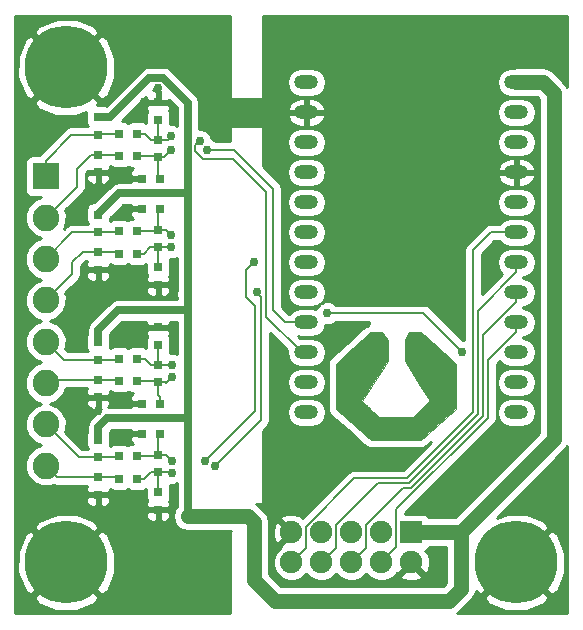
<source format=gbl>
G04 #@! TF.FileFunction,Copper,L2,Bot,Signal*
%FSLAX46Y46*%
G04 Gerber Fmt 4.6, Leading zero omitted, Abs format (unit mm)*
G04 Created by KiCad (PCBNEW 4.0.4-stable) date Sunday, November 27, 2016 'PMt' 03:20:47 PM*
%MOMM*%
%LPD*%
G01*
G04 APERTURE LIST*
%ADD10C,0.100000*%
%ADD11O,2.000000X1.200000*%
%ADD12R,0.750000X0.800000*%
%ADD13R,0.800000X0.750000*%
%ADD14R,2.250000X2.250000*%
%ADD15C,2.250000*%
%ADD16C,7.000000*%
%ADD17C,0.600000*%
%ADD18C,1.900000*%
%ADD19R,1.900000X1.900000*%
%ADD20C,0.762000*%
%ADD21C,0.203200*%
%ADD22C,0.254000*%
%ADD23C,0.635000*%
%ADD24C,1.270000*%
%ADD25C,0.304800*%
G04 APERTURE END LIST*
D10*
G36*
X27893542Y18111603D02*
X29373668Y16769802D01*
X30853795Y15428000D01*
X32971730Y15428000D01*
X35089665Y15428000D01*
X36598062Y16769827D01*
X38106458Y18111653D01*
X38106459Y20009706D01*
X38106459Y21907759D01*
X36598024Y23239879D01*
X35089589Y24572000D01*
X34604388Y24571856D01*
X34119188Y24571712D01*
X33924719Y24245554D01*
X33730250Y23919395D01*
X33730250Y23032215D01*
X33730250Y22145035D01*
X34791248Y20458932D01*
X35852246Y18772830D01*
X35803279Y18725685D01*
X35794204Y18717008D01*
X35777870Y18701462D01*
X35754706Y18679453D01*
X35725139Y18651384D01*
X35689599Y18617664D01*
X35648512Y18578697D01*
X35602307Y18534888D01*
X35551412Y18486645D01*
X35496254Y18434372D01*
X35437263Y18378474D01*
X35374865Y18319359D01*
X35309489Y18257431D01*
X35241563Y18193096D01*
X35171514Y18126760D01*
X35099772Y18058828D01*
X35082856Y18042812D01*
X34411400Y17407083D01*
X32970892Y17407083D01*
X31530384Y17407083D01*
X30895575Y18009011D01*
X30824824Y18076095D01*
X30755247Y18142066D01*
X30687317Y18206472D01*
X30621510Y18268865D01*
X30558299Y18328793D01*
X30498158Y18385809D01*
X30441563Y18439462D01*
X30388988Y18489302D01*
X30340906Y18534880D01*
X30297793Y18575746D01*
X30260123Y18611450D01*
X30228369Y18641543D01*
X30203007Y18665575D01*
X30184511Y18683095D01*
X30175754Y18691386D01*
X30090744Y18771834D01*
X31180247Y20458460D01*
X32269750Y22145087D01*
X32269750Y23032113D01*
X32269750Y23919140D01*
X32046594Y24245570D01*
X31823438Y24572000D01*
X31338698Y24572000D01*
X30853958Y24572000D01*
X29373750Y23239836D01*
X27893542Y21907671D01*
X27893542Y20009637D01*
X27893542Y18111603D01*
X27893542Y18111603D01*
X27893542Y18111603D01*
G37*
X27893542Y18111603D02*
X29373668Y16769802D01*
X30853795Y15428000D01*
X32971730Y15428000D01*
X35089665Y15428000D01*
X36598062Y16769827D01*
X38106458Y18111653D01*
X38106459Y20009706D01*
X38106459Y21907759D01*
X36598024Y23239879D01*
X35089589Y24572000D01*
X34604388Y24571856D01*
X34119188Y24571712D01*
X33924719Y24245554D01*
X33730250Y23919395D01*
X33730250Y23032215D01*
X33730250Y22145035D01*
X34791248Y20458932D01*
X35852246Y18772830D01*
X35803279Y18725685D01*
X35794204Y18717008D01*
X35777870Y18701462D01*
X35754706Y18679453D01*
X35725139Y18651384D01*
X35689599Y18617664D01*
X35648512Y18578697D01*
X35602307Y18534888D01*
X35551412Y18486645D01*
X35496254Y18434372D01*
X35437263Y18378474D01*
X35374865Y18319359D01*
X35309489Y18257431D01*
X35241563Y18193096D01*
X35171514Y18126760D01*
X35099772Y18058828D01*
X35082856Y18042812D01*
X34411400Y17407083D01*
X32970892Y17407083D01*
X31530384Y17407083D01*
X30895575Y18009011D01*
X30824824Y18076095D01*
X30755247Y18142066D01*
X30687317Y18206472D01*
X30621510Y18268865D01*
X30558299Y18328793D01*
X30498158Y18385809D01*
X30441563Y18439462D01*
X30388988Y18489302D01*
X30340906Y18534880D01*
X30297793Y18575746D01*
X30260123Y18611450D01*
X30228369Y18641543D01*
X30203007Y18665575D01*
X30184511Y18683095D01*
X30175754Y18691386D01*
X30090744Y18771834D01*
X31180247Y20458460D01*
X32269750Y22145087D01*
X32269750Y23032113D01*
X32269750Y23919140D01*
X32046594Y24245570D01*
X31823438Y24572000D01*
X31338698Y24572000D01*
X30853958Y24572000D01*
X29373750Y23239836D01*
X27893542Y21907671D01*
X27893542Y20009637D01*
X27893542Y18111603D01*
X27893542Y18111603D01*
D11*
X43180000Y45720000D03*
X25400000Y45720000D03*
X43180000Y43180000D03*
X25400000Y43180000D03*
X43180000Y40640000D03*
X25400000Y40640000D03*
X43180000Y38100000D03*
X25400000Y38100000D03*
X43180000Y35560000D03*
X25400000Y35560000D03*
X43180000Y33020000D03*
X25400000Y33020000D03*
X43180000Y30480000D03*
X25400000Y30480000D03*
X43180000Y27940000D03*
X25400000Y27940000D03*
X43180000Y25400000D03*
X25400000Y25400000D03*
X43180000Y22860000D03*
X25400000Y22860000D03*
X43180000Y20320000D03*
X25400000Y20320000D03*
X43180000Y17780000D03*
X25400000Y17780000D03*
D12*
X12855000Y40880000D03*
X12855000Y39380000D03*
X12855000Y33260000D03*
X12855000Y31760000D03*
X12855000Y21830000D03*
X12855000Y20330000D03*
X12855000Y14210000D03*
X12855000Y12710000D03*
X12855000Y44055000D03*
X12855000Y42555000D03*
D13*
X12970000Y37590000D03*
X11470000Y37590000D03*
X11470000Y35050000D03*
X12970000Y35050000D03*
D12*
X12855000Y30085000D03*
X12855000Y28585000D03*
X12855000Y25005000D03*
X12855000Y23505000D03*
D13*
X12970000Y18540000D03*
X11470000Y18540000D03*
X11470000Y16000000D03*
X12970000Y16000000D03*
D12*
X12855000Y11035000D03*
X12855000Y9535000D03*
D14*
X3330000Y37775000D03*
D15*
X3330000Y34275000D03*
X3330000Y30775000D03*
X3330000Y27275000D03*
X3330000Y23775000D03*
X3330000Y20275000D03*
X3330000Y16775000D03*
X3330000Y13275000D03*
D12*
X7775000Y42785000D03*
X7775000Y41285000D03*
X7775000Y39610000D03*
X7775000Y38110000D03*
X7775000Y34530000D03*
X7775000Y33030000D03*
X7775000Y31355000D03*
X7775000Y29855000D03*
X7775000Y23735000D03*
X7775000Y22235000D03*
X7775000Y20560000D03*
X7775000Y19060000D03*
X7775000Y15480000D03*
X7775000Y13980000D03*
X7775000Y12305000D03*
X7775000Y10805000D03*
D13*
X11065000Y41400000D03*
X9565000Y41400000D03*
X11065000Y39495000D03*
X9565000Y39495000D03*
X11065000Y33145000D03*
X9565000Y33145000D03*
X11065000Y31240000D03*
X9565000Y31240000D03*
X11065000Y22350000D03*
X9565000Y22350000D03*
X11065000Y20445000D03*
X9565000Y20445000D03*
X11065000Y14095000D03*
X9565000Y14095000D03*
X11065000Y12190000D03*
X9565000Y12190000D03*
D16*
X43180000Y5080000D03*
D17*
X45805000Y5080000D03*
X45036155Y3223845D03*
X43180000Y2455000D03*
X41323845Y3223845D03*
X40555000Y5080000D03*
X41323845Y6936155D03*
X43180000Y7705000D03*
X45036155Y6936155D03*
D16*
X5080000Y46990000D03*
D17*
X7705000Y46990000D03*
X6936155Y45133845D03*
X5080000Y44365000D03*
X3223845Y45133845D03*
X2455000Y46990000D03*
X3223845Y48846155D03*
X5080000Y49615000D03*
X6936155Y48846155D03*
D16*
X5080000Y5080000D03*
D17*
X7705000Y5080000D03*
X6936155Y3223845D03*
X5080000Y2455000D03*
X3223845Y3223845D03*
X2455000Y5080000D03*
X3223845Y6936155D03*
X5080000Y7705000D03*
X6936155Y6936155D03*
D18*
X34290000Y5080000D03*
D19*
X34290000Y7620000D03*
D18*
X31750000Y5080000D03*
X31750000Y7620000D03*
X29210000Y5080000D03*
X29210000Y7620000D03*
X26670000Y5080000D03*
X26670000Y7620000D03*
X24130000Y5080000D03*
X24130000Y7620000D03*
D20*
X13970000Y41148000D03*
X13970000Y40005000D03*
X13970000Y32766800D03*
X13970000Y31750000D03*
X13998000Y21842000D03*
X13998000Y20826000D03*
X13998000Y13714000D03*
X13998000Y12698000D03*
X10033000Y35052000D03*
X12827000Y8255000D03*
X11684000Y9525000D03*
X9017000Y10795000D03*
X7747000Y17907000D03*
X10287000Y18542000D03*
X10287000Y16002000D03*
X11557000Y25019000D03*
X14097000Y25019000D03*
X11557000Y28702000D03*
X9144000Y29845000D03*
X11684000Y44069000D03*
X12827000Y45212000D03*
X10033000Y37592000D03*
X7747000Y36449000D03*
X15367000Y27813000D03*
X15367000Y9017000D03*
X21209000Y27940000D03*
X17653000Y13208000D03*
X17018000Y40005000D03*
X20955000Y30480000D03*
X16791799Y13643851D03*
X16383000Y40767000D03*
X38608000Y22860000D03*
X27178000Y26162000D03*
D21*
X12855000Y40880000D02*
X12276800Y40880000D01*
X12276800Y40880000D02*
X11756800Y41400000D01*
X11756800Y41400000D02*
X11065000Y41400000D01*
X12855000Y40880000D02*
X12855000Y42555000D01*
X12855000Y40880000D02*
X13702000Y40880000D01*
X13702000Y40880000D02*
X13970000Y41148000D01*
X11065000Y39495000D02*
X12740000Y39495000D01*
X12740000Y39495000D02*
X12855000Y39380000D01*
X12855000Y39380000D02*
X12855000Y37705000D01*
X12855000Y37705000D02*
X12970000Y37590000D01*
X12855000Y39380000D02*
X13345000Y39380000D01*
X13345000Y39380000D02*
X13970000Y40005000D01*
X12855000Y33260000D02*
X13476800Y33260000D01*
X13476800Y33260000D02*
X13970000Y32766800D01*
X12855000Y33260000D02*
X12855000Y34935000D01*
X12855000Y34935000D02*
X12970000Y35050000D01*
X11065000Y33145000D02*
X12740000Y33145000D01*
X12740000Y33145000D02*
X12855000Y33260000D01*
X13970000Y31750000D02*
X12865000Y31750000D01*
X12865000Y31750000D02*
X12855000Y31760000D01*
X12855000Y31760000D02*
X12855000Y30085000D01*
X11065000Y31240000D02*
X11668200Y31240000D01*
X11668200Y31240000D02*
X12188200Y31760000D01*
X12188200Y31760000D02*
X12855000Y31760000D01*
X12855000Y21830000D02*
X12276800Y21830000D01*
X12276800Y21830000D02*
X11756800Y22350000D01*
X11756800Y22350000D02*
X11065000Y22350000D01*
X12855000Y21830000D02*
X12855000Y23505000D01*
X13998000Y21842000D02*
X12867000Y21842000D01*
X12867000Y21842000D02*
X12855000Y21830000D01*
X12855000Y20330000D02*
X12855000Y19558000D01*
X12970000Y18540000D02*
X12970000Y19118200D01*
X12970000Y19118200D02*
X12855000Y19233200D01*
X12855000Y19233200D02*
X12855000Y19558000D01*
X11065000Y20445000D02*
X12740000Y20445000D01*
X12740000Y20445000D02*
X12855000Y20330000D01*
X13490000Y20318000D02*
X13478000Y20330000D01*
X13478000Y20330000D02*
X12855000Y20330000D01*
X13998000Y20826000D02*
X13490000Y20318000D01*
X12855000Y14210000D02*
X12855000Y15885000D01*
X12855000Y15885000D02*
X12970000Y16000000D01*
X11065000Y14095000D02*
X12740000Y14095000D01*
X12740000Y14095000D02*
X12855000Y14210000D01*
X13490000Y14222000D02*
X13478000Y14210000D01*
X13478000Y14210000D02*
X12855000Y14210000D01*
X13998000Y13714000D02*
X13490000Y14222000D01*
X12855000Y11035000D02*
X12855000Y12710000D01*
X11682000Y12190000D02*
X12202000Y12710000D01*
X12202000Y12710000D02*
X12855000Y12710000D01*
X11065000Y12190000D02*
X11682000Y12190000D01*
X12855000Y12710000D02*
X13986000Y12710000D01*
X13986000Y12710000D02*
X13998000Y12698000D01*
X11470000Y35050000D02*
X10035000Y35050000D01*
X10035000Y35050000D02*
X10033000Y35052000D01*
D22*
X12855000Y25005000D02*
X11571000Y25005000D01*
X11571000Y25005000D02*
X11557000Y25019000D01*
X14097000Y25019000D02*
X12869000Y25019000D01*
X12869000Y25019000D02*
X12855000Y25005000D01*
D21*
X12855000Y9535000D02*
X12855000Y8283000D01*
X12855000Y8283000D02*
X12827000Y8255000D01*
X11684000Y9525000D02*
X12845000Y9525000D01*
X12845000Y9525000D02*
X12855000Y9535000D01*
X7775000Y10805000D02*
X9007000Y10805000D01*
X9007000Y10805000D02*
X9017000Y10795000D01*
X7775000Y19060000D02*
X7775000Y17935000D01*
X7775000Y17935000D02*
X7747000Y17907000D01*
X11470000Y18540000D02*
X10289000Y18540000D01*
X10289000Y18540000D02*
X10287000Y18542000D01*
X11470000Y16000000D02*
X10289000Y16000000D01*
X10289000Y16000000D02*
X10287000Y16002000D01*
X11557000Y28702000D02*
X12738000Y28702000D01*
X12738000Y28702000D02*
X12855000Y28585000D01*
X7775000Y29855000D02*
X9134000Y29855000D01*
X9134000Y29855000D02*
X9144000Y29845000D01*
X12855000Y44055000D02*
X12855000Y45184000D01*
X12855000Y45184000D02*
X12827000Y45212000D01*
X7775000Y38110000D02*
X7775000Y36477000D01*
X7775000Y36477000D02*
X7747000Y36449000D01*
D23*
X15367000Y26416000D02*
X15367000Y27813000D01*
X15367000Y27813000D02*
X15367000Y36449000D01*
X12113702Y46113702D02*
X8785000Y42785000D01*
X13259818Y46113702D02*
X12113702Y46113702D01*
X15367000Y44006520D02*
X13259818Y46113702D01*
X15367000Y38735000D02*
X15367000Y44006520D01*
X8785000Y42785000D02*
X7775000Y42785000D01*
X15367000Y36449000D02*
X15367000Y38735000D01*
X9542000Y36322000D02*
X15240000Y36322000D01*
X15240000Y36322000D02*
X15367000Y36449000D01*
X7775000Y34530000D02*
X7775000Y34555000D01*
X7775000Y34555000D02*
X9542000Y36322000D01*
D24*
X38481000Y7620000D02*
X46355000Y15494000D01*
X46355000Y15494000D02*
X46355000Y44815000D01*
X46355000Y44815000D02*
X45450000Y45720000D01*
X45450000Y45720000D02*
X43180000Y45720000D01*
X15367000Y9017000D02*
X20447000Y9017000D01*
X38481000Y7620000D02*
X34290000Y7620000D01*
X20447000Y9017000D02*
X20955000Y8509000D01*
X20955000Y8509000D02*
X20955000Y3556000D01*
X20955000Y3556000D02*
X22733000Y1778000D01*
X22733000Y1778000D02*
X37465000Y1778000D01*
X38481000Y2794000D02*
X38481000Y7620000D01*
X37465000Y1778000D02*
X38481000Y2794000D01*
D23*
X15367000Y9017000D02*
X15367000Y17272000D01*
X9525000Y17272000D02*
X15367000Y17272000D01*
X15367000Y17272000D02*
X15367000Y26416000D01*
D25*
X9525000Y17272000D02*
X14732000Y17272000D01*
D23*
X7775000Y15480000D02*
X7775000Y16515000D01*
X7775000Y16515000D02*
X8532000Y17272000D01*
X8532000Y17272000D02*
X9525000Y17272000D01*
X7775000Y23735000D02*
X7775000Y24770000D01*
X7775000Y24770000D02*
X9421000Y26416000D01*
X9421000Y26416000D02*
X9751200Y26416000D01*
X13081000Y26416000D02*
X9751200Y26416000D01*
D25*
X13081000Y26416000D02*
X14097000Y26416000D01*
D23*
X13081000Y26416000D02*
X15367000Y26416000D01*
X15367000Y38354000D02*
X15367000Y38735000D01*
D25*
X7775000Y23735000D02*
X7775000Y24439800D01*
X15367000Y16637000D02*
X15367000Y9017000D01*
D21*
X9565000Y41400000D02*
X7890000Y41400000D01*
X7890000Y41400000D02*
X7775000Y41285000D01*
X7775000Y41285000D02*
X5511800Y41285000D01*
X5511800Y41285000D02*
X3330000Y39103200D01*
X3330000Y39103200D02*
X3330000Y37775000D01*
X7775000Y39610000D02*
X9450000Y39610000D01*
X9450000Y39610000D02*
X9565000Y39495000D01*
X5969000Y38382200D02*
X5969000Y36914000D01*
X5969000Y36914000D02*
X3330000Y34275000D01*
X7775000Y39610000D02*
X7196800Y39610000D01*
X7196800Y39610000D02*
X5969000Y38382200D01*
X7775000Y33030000D02*
X9450000Y33030000D01*
X9450000Y33030000D02*
X9565000Y33145000D01*
X3330000Y30775000D02*
X5585000Y33030000D01*
X5585000Y33030000D02*
X7775000Y33030000D01*
X7775000Y31355000D02*
X9450000Y31355000D01*
X9450000Y31355000D02*
X9565000Y31240000D01*
X3330000Y27275000D02*
X4826000Y28771000D01*
X5588000Y30480000D02*
X5588000Y29533000D01*
X5588000Y29533000D02*
X4826000Y28771000D01*
X6463000Y31355000D02*
X5588000Y30480000D01*
X7775000Y31355000D02*
X6463000Y31355000D01*
X7775000Y22235000D02*
X9450000Y22235000D01*
X9450000Y22235000D02*
X9565000Y22350000D01*
X7775000Y22235000D02*
X4870000Y22235000D01*
X4870000Y22235000D02*
X3330000Y23775000D01*
X7775000Y20560000D02*
X9450000Y20560000D01*
X9450000Y20560000D02*
X9565000Y20445000D01*
X7775000Y20560000D02*
X3615000Y20560000D01*
X3615000Y20560000D02*
X3330000Y20275000D01*
X7775000Y13980000D02*
X9450000Y13980000D01*
X9450000Y13980000D02*
X9565000Y14095000D01*
X7775000Y13980000D02*
X6125000Y13980000D01*
X6125000Y13980000D02*
X3330000Y16775000D01*
X7775000Y12305000D02*
X9450000Y12305000D01*
X9450000Y12305000D02*
X9565000Y12190000D01*
X7775000Y12305000D02*
X4300000Y12305000D01*
X4300000Y12305000D02*
X3330000Y13275000D01*
X24130000Y5080000D02*
X25384801Y6334801D01*
X25384801Y6334801D02*
X25384801Y8112801D01*
X25384801Y8112801D02*
X29464000Y12192000D01*
X29464000Y12192000D02*
X33909000Y12192000D01*
X33909000Y12192000D02*
X39497000Y17780000D01*
X39497000Y17780000D02*
X39497000Y31496000D01*
X39497000Y31496000D02*
X41021000Y33020000D01*
X41021000Y33020000D02*
X43180000Y33020000D01*
X34077340Y11785589D02*
X31470589Y11785589D01*
X39903411Y17611660D02*
X34077340Y11785589D01*
X27619999Y6029999D02*
X26670000Y5080000D01*
X31470589Y11785589D02*
X27924801Y8239801D01*
X27924801Y8239801D02*
X27924801Y6334801D01*
X27924801Y6334801D02*
X27619999Y6029999D01*
X39903411Y26400211D02*
X39903411Y17611660D01*
X43180000Y29676800D02*
X39903411Y26400211D01*
X43180000Y30480000D02*
X43180000Y29676800D01*
X21590000Y17145000D02*
X21590000Y27559000D01*
X21590000Y27559000D02*
X21209000Y27940000D01*
X17653000Y13208000D02*
X21590000Y17145000D01*
X17018000Y40005000D02*
X19304000Y40005000D01*
X19304000Y40005000D02*
X22606000Y36703000D01*
X22606000Y36703000D02*
X22606000Y26416000D01*
X23622000Y25400000D02*
X25400000Y25400000D01*
X22606000Y26416000D02*
X23622000Y25400000D01*
X43180000Y24596800D02*
X43180000Y25400000D01*
X40792411Y22209211D02*
X43180000Y24596800D01*
X33020000Y6350000D02*
X33020000Y9578748D01*
X33020000Y9578748D02*
X40792411Y17351159D01*
X31750000Y5080000D02*
X33020000Y6350000D01*
X40792411Y17351159D02*
X40792411Y22209211D01*
X43180000Y27940000D02*
X43180000Y27136800D01*
X40386000Y24342800D02*
X40386000Y17519498D01*
X30464801Y8233300D02*
X30464801Y6334801D01*
X33610679Y11379178D02*
X30464801Y8233300D01*
X34245680Y11379178D02*
X33610679Y11379178D01*
X43180000Y27136800D02*
X40386000Y24342800D01*
X30159999Y6029999D02*
X29210000Y5080000D01*
X30464801Y6334801D02*
X30159999Y6029999D01*
X40386000Y17519498D02*
X34245680Y11379178D01*
X16791799Y13643851D02*
X21082000Y17934052D01*
X21082000Y17934052D02*
X21082000Y26797000D01*
X21082000Y26797000D02*
X20320000Y27559000D01*
X20320000Y29845000D02*
X20955000Y30480000D01*
X20320000Y27559000D02*
X20320000Y29845000D01*
X16383000Y40767000D02*
X16002001Y40386001D01*
X16002001Y40386001D02*
X16002001Y39877999D01*
X16002001Y39877999D02*
X16637000Y39243000D01*
X16637000Y39243000D02*
X19177000Y39243000D01*
X19177000Y39243000D02*
X21996411Y36423589D01*
X21996411Y36423589D02*
X21996411Y25863589D01*
X21996411Y25863589D02*
X25000000Y22860000D01*
X25000000Y22860000D02*
X25400000Y22860000D01*
X38608000Y22860000D02*
X35306000Y26162000D01*
X35306000Y26162000D02*
X27178000Y26162000D01*
D22*
G36*
X47498000Y762000D02*
X38186465Y762000D01*
X38363026Y879974D01*
X39379026Y1895974D01*
X39530511Y2122688D01*
X40402293Y2122688D01*
X40805762Y1596076D01*
X42319730Y952693D01*
X43964666Y937654D01*
X45490145Y1553250D01*
X45554238Y1596076D01*
X45957707Y2122688D01*
X43180000Y4900395D01*
X40402293Y2122688D01*
X39530511Y2122688D01*
X39654327Y2307992D01*
X39728507Y2680915D01*
X40222688Y2302293D01*
X43000395Y5080000D01*
X43359605Y5080000D01*
X46137312Y2302293D01*
X46663924Y2705762D01*
X47307307Y4219730D01*
X47322346Y5864666D01*
X46706750Y7390145D01*
X46663924Y7454238D01*
X46137312Y7857707D01*
X43359605Y5080000D01*
X43000395Y5080000D01*
X42986253Y5094142D01*
X43165858Y5273747D01*
X43180000Y5259605D01*
X45957707Y8037312D01*
X45554238Y8563924D01*
X44040270Y9207307D01*
X42395334Y9222346D01*
X41530333Y8873281D01*
X47253023Y14595972D01*
X47253026Y14595974D01*
X47498000Y14962604D01*
X47498000Y762000D01*
X47498000Y762000D01*
G37*
X47498000Y762000D02*
X38186465Y762000D01*
X38363026Y879974D01*
X39379026Y1895974D01*
X39530511Y2122688D01*
X40402293Y2122688D01*
X40805762Y1596076D01*
X42319730Y952693D01*
X43964666Y937654D01*
X45490145Y1553250D01*
X45554238Y1596076D01*
X45957707Y2122688D01*
X43180000Y4900395D01*
X40402293Y2122688D01*
X39530511Y2122688D01*
X39654327Y2307992D01*
X39728507Y2680915D01*
X40222688Y2302293D01*
X43000395Y5080000D01*
X43359605Y5080000D01*
X46137312Y2302293D01*
X46663924Y2705762D01*
X47307307Y4219730D01*
X47322346Y5864666D01*
X46706750Y7390145D01*
X46663924Y7454238D01*
X46137312Y7857707D01*
X43359605Y5080000D01*
X43000395Y5080000D01*
X42986253Y5094142D01*
X43165858Y5273747D01*
X43180000Y5259605D01*
X45957707Y8037312D01*
X45554238Y8563924D01*
X44040270Y9207307D01*
X42395334Y9222346D01*
X41530333Y8873281D01*
X47253023Y14595972D01*
X47253026Y14595974D01*
X47498000Y14962604D01*
X47498000Y762000D01*
G36*
X18923000Y44450000D02*
X18931685Y44403841D01*
X18958965Y44361447D01*
X19000590Y44333006D01*
X19050000Y44323000D01*
X21590000Y44323000D01*
X21636159Y44331685D01*
X21678553Y44358965D01*
X21706994Y44400590D01*
X21717000Y44450000D01*
X21717000Y45720000D01*
X23732968Y45720000D01*
X23826977Y45247386D01*
X24094691Y44846723D01*
X24495354Y44579009D01*
X24967968Y44485000D01*
X25832032Y44485000D01*
X26304646Y44579009D01*
X26705309Y44846723D01*
X26973023Y45247386D01*
X27067032Y45720000D01*
X26973023Y46192614D01*
X26705309Y46593277D01*
X26304646Y46860991D01*
X25832032Y46955000D01*
X24967968Y46955000D01*
X24495354Y46860991D01*
X24094691Y46593277D01*
X23826977Y46192614D01*
X23732968Y45720000D01*
X21717000Y45720000D01*
X21717000Y51308000D01*
X47498000Y51308000D01*
X47498000Y45346396D01*
X47253026Y45713026D01*
X47253023Y45713028D01*
X46348026Y46618026D01*
X45936008Y46893327D01*
X45450000Y46990001D01*
X45449995Y46990000D01*
X43180000Y46990000D01*
X43004043Y46955000D01*
X42747968Y46955000D01*
X42275354Y46860991D01*
X41874691Y46593277D01*
X41606977Y46192614D01*
X41512968Y45720000D01*
X41606977Y45247386D01*
X41874691Y44846723D01*
X42275354Y44579009D01*
X42747968Y44485000D01*
X43004043Y44485000D01*
X43180000Y44450000D01*
X44923948Y44450000D01*
X45085000Y44288949D01*
X45085000Y16020051D01*
X37954948Y8890000D01*
X35788670Y8890000D01*
X35704090Y9021441D01*
X35491890Y9166431D01*
X35240000Y9217440D01*
X33756600Y9217440D01*
X33756600Y9273638D01*
X41313266Y16830304D01*
X41472941Y17069274D01*
X41529011Y17351159D01*
X41529011Y17699347D01*
X41606977Y17307386D01*
X41874691Y16906723D01*
X42275354Y16639009D01*
X42747968Y16545000D01*
X43612032Y16545000D01*
X44084646Y16639009D01*
X44485309Y16906723D01*
X44753023Y17307386D01*
X44847032Y17780000D01*
X44753023Y18252614D01*
X44485309Y18653277D01*
X44084646Y18920991D01*
X43612032Y19015000D01*
X42747968Y19015000D01*
X42275354Y18920991D01*
X41874691Y18653277D01*
X41606977Y18252614D01*
X41529011Y17860653D01*
X41529011Y20239347D01*
X41606977Y19847386D01*
X41874691Y19446723D01*
X42275354Y19179009D01*
X42747968Y19085000D01*
X43612032Y19085000D01*
X44084646Y19179009D01*
X44485309Y19446723D01*
X44753023Y19847386D01*
X44847032Y20320000D01*
X44753023Y20792614D01*
X44485309Y21193277D01*
X44084646Y21460991D01*
X43612032Y21555000D01*
X42747968Y21555000D01*
X42275354Y21460991D01*
X41874691Y21193277D01*
X41606977Y20792614D01*
X41529011Y20400653D01*
X41529011Y21904101D01*
X41769325Y22144415D01*
X41874691Y21986723D01*
X42275354Y21719009D01*
X42747968Y21625000D01*
X43612032Y21625000D01*
X44084646Y21719009D01*
X44485309Y21986723D01*
X44753023Y22387386D01*
X44847032Y22860000D01*
X44753023Y23332614D01*
X44485309Y23733277D01*
X44084646Y24000991D01*
X43701673Y24077169D01*
X43774002Y24185417D01*
X43783096Y24199027D01*
X44084646Y24259009D01*
X44485309Y24526723D01*
X44753023Y24927386D01*
X44847032Y25400000D01*
X44753023Y25872614D01*
X44485309Y26273277D01*
X44084646Y26540991D01*
X43701673Y26617169D01*
X43745563Y26682855D01*
X43783096Y26739027D01*
X44084646Y26799009D01*
X44485309Y27066723D01*
X44753023Y27467386D01*
X44847032Y27940000D01*
X44753023Y28412614D01*
X44485309Y28813277D01*
X44084646Y29080991D01*
X43701673Y29157169D01*
X43760360Y29245000D01*
X43783096Y29279027D01*
X44084646Y29339009D01*
X44485309Y29606723D01*
X44753023Y30007386D01*
X44847032Y30480000D01*
X44753023Y30952614D01*
X44485309Y31353277D01*
X44084646Y31620991D01*
X43612032Y31715000D01*
X42747968Y31715000D01*
X42275354Y31620991D01*
X41874691Y31353277D01*
X41606977Y30952614D01*
X41512968Y30480000D01*
X41606977Y30007386D01*
X41874691Y29606723D01*
X41990699Y29529209D01*
X40233600Y27772110D01*
X40233600Y31190890D01*
X41326110Y32283400D01*
X41783367Y32283400D01*
X41874691Y32146723D01*
X42275354Y31879009D01*
X42747968Y31785000D01*
X43612032Y31785000D01*
X44084646Y31879009D01*
X44485309Y32146723D01*
X44753023Y32547386D01*
X44847032Y33020000D01*
X44753023Y33492614D01*
X44485309Y33893277D01*
X44084646Y34160991D01*
X43612032Y34255000D01*
X42747968Y34255000D01*
X42275354Y34160991D01*
X41874691Y33893277D01*
X41783367Y33756600D01*
X41021000Y33756600D01*
X40739115Y33700530D01*
X40500145Y33540855D01*
X38976145Y32016855D01*
X38816470Y31777885D01*
X38760400Y31496000D01*
X38760400Y23875868D01*
X38633732Y23875978D01*
X35826855Y26682855D01*
X35587885Y26842530D01*
X35306000Y26898600D01*
X27878273Y26898600D01*
X27754269Y27022821D01*
X27380982Y27177824D01*
X26976792Y27178176D01*
X26702480Y27064832D01*
X26705309Y27066723D01*
X26973023Y27467386D01*
X27067032Y27940000D01*
X26973023Y28412614D01*
X26705309Y28813277D01*
X26304646Y29080991D01*
X25832032Y29175000D01*
X24967968Y29175000D01*
X24495354Y29080991D01*
X24094691Y28813277D01*
X23826977Y28412614D01*
X23732968Y27940000D01*
X23826977Y27467386D01*
X24094691Y27066723D01*
X24495354Y26799009D01*
X24967968Y26705000D01*
X25832032Y26705000D01*
X26304646Y26799009D01*
X26526567Y26947291D01*
X26317179Y26738269D01*
X26240555Y26553739D01*
X25832032Y26635000D01*
X24967968Y26635000D01*
X24495354Y26540991D01*
X24094691Y26273277D01*
X24003367Y26136600D01*
X23927110Y26136600D01*
X23342600Y26721110D01*
X23342600Y30480000D01*
X23732968Y30480000D01*
X23826977Y30007386D01*
X24094691Y29606723D01*
X24495354Y29339009D01*
X24967968Y29245000D01*
X25832032Y29245000D01*
X26304646Y29339009D01*
X26705309Y29606723D01*
X26973023Y30007386D01*
X27067032Y30480000D01*
X26973023Y30952614D01*
X26705309Y31353277D01*
X26304646Y31620991D01*
X25832032Y31715000D01*
X24967968Y31715000D01*
X24495354Y31620991D01*
X24094691Y31353277D01*
X23826977Y30952614D01*
X23732968Y30480000D01*
X23342600Y30480000D01*
X23342600Y33020000D01*
X23732968Y33020000D01*
X23826977Y32547386D01*
X24094691Y32146723D01*
X24495354Y31879009D01*
X24967968Y31785000D01*
X25832032Y31785000D01*
X26304646Y31879009D01*
X26705309Y32146723D01*
X26973023Y32547386D01*
X27067032Y33020000D01*
X26973023Y33492614D01*
X26705309Y33893277D01*
X26304646Y34160991D01*
X25832032Y34255000D01*
X24967968Y34255000D01*
X24495354Y34160991D01*
X24094691Y33893277D01*
X23826977Y33492614D01*
X23732968Y33020000D01*
X23342600Y33020000D01*
X23342600Y35560000D01*
X23732968Y35560000D01*
X23826977Y35087386D01*
X24094691Y34686723D01*
X24495354Y34419009D01*
X24967968Y34325000D01*
X25832032Y34325000D01*
X26304646Y34419009D01*
X26705309Y34686723D01*
X26973023Y35087386D01*
X27067032Y35560000D01*
X41512968Y35560000D01*
X41606977Y35087386D01*
X41874691Y34686723D01*
X42275354Y34419009D01*
X42747968Y34325000D01*
X43612032Y34325000D01*
X44084646Y34419009D01*
X44485309Y34686723D01*
X44753023Y35087386D01*
X44847032Y35560000D01*
X44753023Y36032614D01*
X44485309Y36433277D01*
X44084646Y36700991D01*
X43612032Y36795000D01*
X42747968Y36795000D01*
X42275354Y36700991D01*
X41874691Y36433277D01*
X41606977Y36032614D01*
X41512968Y35560000D01*
X27067032Y35560000D01*
X26973023Y36032614D01*
X26705309Y36433277D01*
X26304646Y36700991D01*
X25832032Y36795000D01*
X24967968Y36795000D01*
X24495354Y36700991D01*
X24094691Y36433277D01*
X23826977Y36032614D01*
X23732968Y35560000D01*
X23342600Y35560000D01*
X23342600Y36703000D01*
X23286530Y36984885D01*
X23126855Y37223855D01*
X22250710Y38100000D01*
X23732968Y38100000D01*
X23826977Y37627386D01*
X24094691Y37226723D01*
X24495354Y36959009D01*
X24967968Y36865000D01*
X25832032Y36865000D01*
X26304646Y36959009D01*
X26705309Y37226723D01*
X26973023Y37627386D01*
X27003855Y37782391D01*
X41586538Y37782391D01*
X41590408Y37744719D01*
X41816920Y37316526D01*
X42190053Y37007610D01*
X42653000Y36865000D01*
X43053000Y36865000D01*
X43053000Y37973000D01*
X43307000Y37973000D01*
X43307000Y36865000D01*
X43707000Y36865000D01*
X44169947Y37007610D01*
X44543080Y37316526D01*
X44769592Y37744719D01*
X44773462Y37782391D01*
X44648731Y37973000D01*
X43307000Y37973000D01*
X43053000Y37973000D01*
X41711269Y37973000D01*
X41586538Y37782391D01*
X27003855Y37782391D01*
X27067032Y38100000D01*
X27003856Y38417609D01*
X41586538Y38417609D01*
X41711269Y38227000D01*
X43053000Y38227000D01*
X43053000Y39335000D01*
X43307000Y39335000D01*
X43307000Y38227000D01*
X44648731Y38227000D01*
X44773462Y38417609D01*
X44769592Y38455281D01*
X44543080Y38883474D01*
X44169947Y39192390D01*
X43707000Y39335000D01*
X43307000Y39335000D01*
X43053000Y39335000D01*
X42653000Y39335000D01*
X42190053Y39192390D01*
X41816920Y38883474D01*
X41590408Y38455281D01*
X41586538Y38417609D01*
X27003856Y38417609D01*
X26973023Y38572614D01*
X26705309Y38973277D01*
X26304646Y39240991D01*
X25832032Y39335000D01*
X24967968Y39335000D01*
X24495354Y39240991D01*
X24094691Y38973277D01*
X23826977Y38572614D01*
X23732968Y38100000D01*
X22250710Y38100000D01*
X21717000Y38633710D01*
X21717000Y40640000D01*
X23732968Y40640000D01*
X23826977Y40167386D01*
X24094691Y39766723D01*
X24495354Y39499009D01*
X24967968Y39405000D01*
X25832032Y39405000D01*
X26304646Y39499009D01*
X26705309Y39766723D01*
X26973023Y40167386D01*
X27067032Y40640000D01*
X41512968Y40640000D01*
X41606977Y40167386D01*
X41874691Y39766723D01*
X42275354Y39499009D01*
X42747968Y39405000D01*
X43612032Y39405000D01*
X44084646Y39499009D01*
X44485309Y39766723D01*
X44753023Y40167386D01*
X44847032Y40640000D01*
X44753023Y41112614D01*
X44485309Y41513277D01*
X44084646Y41780991D01*
X43612032Y41875000D01*
X42747968Y41875000D01*
X42275354Y41780991D01*
X41874691Y41513277D01*
X41606977Y41112614D01*
X41512968Y40640000D01*
X27067032Y40640000D01*
X26973023Y41112614D01*
X26705309Y41513277D01*
X26304646Y41780991D01*
X25832032Y41875000D01*
X24967968Y41875000D01*
X24495354Y41780991D01*
X24094691Y41513277D01*
X23826977Y41112614D01*
X23732968Y40640000D01*
X21717000Y40640000D01*
X21717000Y41910000D01*
X21708315Y41956159D01*
X21681035Y41998553D01*
X21639410Y42026994D01*
X21590000Y42037000D01*
X19050000Y42037000D01*
X19003841Y42028315D01*
X18961447Y42001035D01*
X18933006Y41959410D01*
X18923000Y41910000D01*
X18923000Y40741600D01*
X17718273Y40741600D01*
X17594269Y40865821D01*
X17399157Y40946839D01*
X17399176Y40968208D01*
X17244825Y41341766D01*
X16959269Y41627821D01*
X16585982Y41782824D01*
X16319500Y41783056D01*
X16319500Y42862391D01*
X23806538Y42862391D01*
X23810408Y42824719D01*
X24036920Y42396526D01*
X24410053Y42087610D01*
X24873000Y41945000D01*
X25273000Y41945000D01*
X25273000Y43053000D01*
X25527000Y43053000D01*
X25527000Y41945000D01*
X25927000Y41945000D01*
X26389947Y42087610D01*
X26763080Y42396526D01*
X26989592Y42824719D01*
X26993462Y42862391D01*
X26868731Y43053000D01*
X25527000Y43053000D01*
X25273000Y43053000D01*
X23931269Y43053000D01*
X23806538Y42862391D01*
X16319500Y42862391D01*
X16319500Y43180000D01*
X41512968Y43180000D01*
X41606977Y42707386D01*
X41874691Y42306723D01*
X42275354Y42039009D01*
X42747968Y41945000D01*
X43612032Y41945000D01*
X44084646Y42039009D01*
X44485309Y42306723D01*
X44753023Y42707386D01*
X44847032Y43180000D01*
X44753023Y43652614D01*
X44485309Y44053277D01*
X44084646Y44320991D01*
X43612032Y44415000D01*
X42747968Y44415000D01*
X42275354Y44320991D01*
X41874691Y44053277D01*
X41606977Y43652614D01*
X41512968Y43180000D01*
X16319500Y43180000D01*
X16319500Y43497609D01*
X23806538Y43497609D01*
X23931269Y43307000D01*
X25273000Y43307000D01*
X25273000Y44415000D01*
X25527000Y44415000D01*
X25527000Y43307000D01*
X26868731Y43307000D01*
X26993462Y43497609D01*
X26989592Y43535281D01*
X26763080Y43963474D01*
X26389947Y44272390D01*
X25927000Y44415000D01*
X25527000Y44415000D01*
X25273000Y44415000D01*
X24873000Y44415000D01*
X24410053Y44272390D01*
X24036920Y43963474D01*
X23810408Y43535281D01*
X23806538Y43497609D01*
X16319500Y43497609D01*
X16319500Y44006520D01*
X16246995Y44371026D01*
X16040519Y44680039D01*
X13933337Y46787221D01*
X13624324Y46993697D01*
X13259818Y47066202D01*
X12113702Y47066202D01*
X11749196Y46993697D01*
X11691282Y46955000D01*
X11440183Y46787222D01*
X8421199Y43768237D01*
X8401890Y43781431D01*
X8150000Y43832440D01*
X7704285Y43832440D01*
X7857707Y44032688D01*
X5080000Y46810395D01*
X2302293Y44032688D01*
X2705762Y43506076D01*
X4219730Y42862693D01*
X5864666Y42847654D01*
X6757182Y43207822D01*
X6752560Y43185000D01*
X6752560Y42385000D01*
X6796838Y42149683D01*
X6870620Y42035022D01*
X6861449Y42021600D01*
X5511800Y42021600D01*
X5229915Y41965530D01*
X4990945Y41805855D01*
X2809145Y39624055D01*
X2757952Y39547440D01*
X2205000Y39547440D01*
X1969683Y39503162D01*
X1753559Y39364090D01*
X1608569Y39151890D01*
X1557560Y38900000D01*
X1557560Y36650000D01*
X1601838Y36414683D01*
X1740910Y36198559D01*
X1953110Y36053569D01*
X2205000Y36002560D01*
X2902203Y36002560D01*
X2334343Y35767925D01*
X1838815Y35273261D01*
X1570307Y34626621D01*
X1569696Y33926450D01*
X1837075Y33279343D01*
X2331739Y32783815D01*
X2955772Y32524694D01*
X2334343Y32267925D01*
X1838815Y31773261D01*
X1570307Y31126621D01*
X1569696Y30426450D01*
X1837075Y29779343D01*
X2331739Y29283815D01*
X2955772Y29024694D01*
X2334343Y28767925D01*
X1838815Y28273261D01*
X1570307Y27626621D01*
X1569696Y26926450D01*
X1837075Y26279343D01*
X2331739Y25783815D01*
X2955772Y25524694D01*
X2334343Y25267925D01*
X1838815Y24773261D01*
X1570307Y24126621D01*
X1569696Y23426450D01*
X1837075Y22779343D01*
X2331739Y22283815D01*
X2955772Y22024694D01*
X2334343Y21767925D01*
X1838815Y21273261D01*
X1570307Y20626621D01*
X1569696Y19926450D01*
X1837075Y19279343D01*
X2331739Y18783815D01*
X2955772Y18524694D01*
X2334343Y18267925D01*
X1838815Y17773261D01*
X1570307Y17126621D01*
X1569696Y16426450D01*
X1837075Y15779343D01*
X2331739Y15283815D01*
X2955772Y15024694D01*
X2334343Y14767925D01*
X1838815Y14273261D01*
X1570307Y13626621D01*
X1569696Y12926450D01*
X1837075Y12279343D01*
X2331739Y11783815D01*
X2978379Y11515307D01*
X3678550Y11514696D01*
X3989881Y11643335D01*
X4018115Y11624470D01*
X4300000Y11568400D01*
X6862012Y11568400D01*
X6863329Y11566354D01*
X6861673Y11564698D01*
X6765000Y11331309D01*
X6765000Y11090750D01*
X6923750Y10932000D01*
X7648000Y10932000D01*
X7648000Y10952000D01*
X7902000Y10952000D01*
X7902000Y10932000D01*
X8626250Y10932000D01*
X8785000Y11090750D01*
X8785000Y11306103D01*
X8913110Y11218569D01*
X9165000Y11167560D01*
X9965000Y11167560D01*
X10200317Y11211838D01*
X10314978Y11285620D01*
X10413110Y11218569D01*
X10665000Y11167560D01*
X11465000Y11167560D01*
X11700317Y11211838D01*
X11832560Y11296934D01*
X11832560Y10635000D01*
X11876838Y10399683D01*
X11943329Y10296354D01*
X11941673Y10294698D01*
X11845000Y10061309D01*
X11845000Y9820750D01*
X12003750Y9662000D01*
X12728000Y9662000D01*
X12728000Y9682000D01*
X12982000Y9682000D01*
X12982000Y9662000D01*
X13706250Y9662000D01*
X13865000Y9820750D01*
X13865000Y10061309D01*
X13768327Y10294698D01*
X13766957Y10296068D01*
X13826431Y10383110D01*
X13877440Y10635000D01*
X13877440Y11435000D01*
X13833162Y11670317D01*
X13825548Y11682149D01*
X14199208Y11681824D01*
X14414500Y11770781D01*
X14414500Y9833500D01*
X14193673Y9503008D01*
X14097000Y9017000D01*
X14193673Y8530992D01*
X14468974Y8118974D01*
X14880992Y7843673D01*
X15367000Y7747000D01*
X19050000Y7747000D01*
X19003841Y7738315D01*
X18961447Y7711035D01*
X18933006Y7669410D01*
X18923000Y7620000D01*
X18923000Y762000D01*
X762000Y762000D01*
X762000Y2122688D01*
X2302293Y2122688D01*
X2705762Y1596076D01*
X4219730Y952693D01*
X5864666Y937654D01*
X7390145Y1553250D01*
X7454238Y1596076D01*
X7857707Y2122688D01*
X5080000Y4900395D01*
X2302293Y2122688D01*
X762000Y2122688D01*
X762000Y4295334D01*
X937654Y4295334D01*
X1553250Y2769855D01*
X1596076Y2705762D01*
X2122688Y2302293D01*
X4900395Y5080000D01*
X5259605Y5080000D01*
X8037312Y2302293D01*
X8563924Y2705762D01*
X9207307Y4219730D01*
X9222346Y5864666D01*
X8606750Y7390145D01*
X8563924Y7454238D01*
X8037312Y7857707D01*
X5259605Y5080000D01*
X4900395Y5080000D01*
X2122688Y7857707D01*
X1596076Y7454238D01*
X952693Y5940270D01*
X937654Y4295334D01*
X762000Y4295334D01*
X762000Y8037312D01*
X2302293Y8037312D01*
X5080000Y5259605D01*
X7857707Y8037312D01*
X7454238Y8563924D01*
X5940270Y9207307D01*
X4295334Y9222346D01*
X2769855Y8606750D01*
X2705762Y8563924D01*
X2302293Y8037312D01*
X762000Y8037312D01*
X762000Y9249250D01*
X11845000Y9249250D01*
X11845000Y9008691D01*
X11941673Y8775302D01*
X12120301Y8596673D01*
X12353690Y8500000D01*
X12569250Y8500000D01*
X12728000Y8658750D01*
X12728000Y9408000D01*
X12982000Y9408000D01*
X12982000Y8658750D01*
X13140750Y8500000D01*
X13356310Y8500000D01*
X13589699Y8596673D01*
X13768327Y8775302D01*
X13865000Y9008691D01*
X13865000Y9249250D01*
X13706250Y9408000D01*
X12982000Y9408000D01*
X12728000Y9408000D01*
X12003750Y9408000D01*
X11845000Y9249250D01*
X762000Y9249250D01*
X762000Y10519250D01*
X6765000Y10519250D01*
X6765000Y10278691D01*
X6861673Y10045302D01*
X7040301Y9866673D01*
X7273690Y9770000D01*
X7489250Y9770000D01*
X7648000Y9928750D01*
X7648000Y10678000D01*
X7902000Y10678000D01*
X7902000Y9928750D01*
X8060750Y9770000D01*
X8276310Y9770000D01*
X8509699Y9866673D01*
X8688327Y10045302D01*
X8785000Y10278691D01*
X8785000Y10519250D01*
X8626250Y10678000D01*
X7902000Y10678000D01*
X7648000Y10678000D01*
X6923750Y10678000D01*
X6765000Y10519250D01*
X762000Y10519250D01*
X762000Y46205334D01*
X937654Y46205334D01*
X1553250Y44679855D01*
X1596076Y44615762D01*
X2122688Y44212293D01*
X4900395Y46990000D01*
X5259605Y46990000D01*
X8037312Y44212293D01*
X8563924Y44615762D01*
X9207307Y46129730D01*
X9222346Y47774666D01*
X8606750Y49300145D01*
X8563924Y49364238D01*
X8037312Y49767707D01*
X5259605Y46990000D01*
X4900395Y46990000D01*
X2122688Y49767707D01*
X1596076Y49364238D01*
X952693Y47850270D01*
X937654Y46205334D01*
X762000Y46205334D01*
X762000Y49947312D01*
X2302293Y49947312D01*
X5080000Y47169605D01*
X7857707Y49947312D01*
X7454238Y50473924D01*
X5940270Y51117307D01*
X4295334Y51132346D01*
X2769855Y50516750D01*
X2705762Y50473924D01*
X2302293Y49947312D01*
X762000Y49947312D01*
X762000Y51308000D01*
X18923000Y51308000D01*
X18923000Y44450000D01*
X18923000Y44450000D01*
G37*
X18923000Y44450000D02*
X18931685Y44403841D01*
X18958965Y44361447D01*
X19000590Y44333006D01*
X19050000Y44323000D01*
X21590000Y44323000D01*
X21636159Y44331685D01*
X21678553Y44358965D01*
X21706994Y44400590D01*
X21717000Y44450000D01*
X21717000Y45720000D01*
X23732968Y45720000D01*
X23826977Y45247386D01*
X24094691Y44846723D01*
X24495354Y44579009D01*
X24967968Y44485000D01*
X25832032Y44485000D01*
X26304646Y44579009D01*
X26705309Y44846723D01*
X26973023Y45247386D01*
X27067032Y45720000D01*
X26973023Y46192614D01*
X26705309Y46593277D01*
X26304646Y46860991D01*
X25832032Y46955000D01*
X24967968Y46955000D01*
X24495354Y46860991D01*
X24094691Y46593277D01*
X23826977Y46192614D01*
X23732968Y45720000D01*
X21717000Y45720000D01*
X21717000Y51308000D01*
X47498000Y51308000D01*
X47498000Y45346396D01*
X47253026Y45713026D01*
X47253023Y45713028D01*
X46348026Y46618026D01*
X45936008Y46893327D01*
X45450000Y46990001D01*
X45449995Y46990000D01*
X43180000Y46990000D01*
X43004043Y46955000D01*
X42747968Y46955000D01*
X42275354Y46860991D01*
X41874691Y46593277D01*
X41606977Y46192614D01*
X41512968Y45720000D01*
X41606977Y45247386D01*
X41874691Y44846723D01*
X42275354Y44579009D01*
X42747968Y44485000D01*
X43004043Y44485000D01*
X43180000Y44450000D01*
X44923948Y44450000D01*
X45085000Y44288949D01*
X45085000Y16020051D01*
X37954948Y8890000D01*
X35788670Y8890000D01*
X35704090Y9021441D01*
X35491890Y9166431D01*
X35240000Y9217440D01*
X33756600Y9217440D01*
X33756600Y9273638D01*
X41313266Y16830304D01*
X41472941Y17069274D01*
X41529011Y17351159D01*
X41529011Y17699347D01*
X41606977Y17307386D01*
X41874691Y16906723D01*
X42275354Y16639009D01*
X42747968Y16545000D01*
X43612032Y16545000D01*
X44084646Y16639009D01*
X44485309Y16906723D01*
X44753023Y17307386D01*
X44847032Y17780000D01*
X44753023Y18252614D01*
X44485309Y18653277D01*
X44084646Y18920991D01*
X43612032Y19015000D01*
X42747968Y19015000D01*
X42275354Y18920991D01*
X41874691Y18653277D01*
X41606977Y18252614D01*
X41529011Y17860653D01*
X41529011Y20239347D01*
X41606977Y19847386D01*
X41874691Y19446723D01*
X42275354Y19179009D01*
X42747968Y19085000D01*
X43612032Y19085000D01*
X44084646Y19179009D01*
X44485309Y19446723D01*
X44753023Y19847386D01*
X44847032Y20320000D01*
X44753023Y20792614D01*
X44485309Y21193277D01*
X44084646Y21460991D01*
X43612032Y21555000D01*
X42747968Y21555000D01*
X42275354Y21460991D01*
X41874691Y21193277D01*
X41606977Y20792614D01*
X41529011Y20400653D01*
X41529011Y21904101D01*
X41769325Y22144415D01*
X41874691Y21986723D01*
X42275354Y21719009D01*
X42747968Y21625000D01*
X43612032Y21625000D01*
X44084646Y21719009D01*
X44485309Y21986723D01*
X44753023Y22387386D01*
X44847032Y22860000D01*
X44753023Y23332614D01*
X44485309Y23733277D01*
X44084646Y24000991D01*
X43701673Y24077169D01*
X43774002Y24185417D01*
X43783096Y24199027D01*
X44084646Y24259009D01*
X44485309Y24526723D01*
X44753023Y24927386D01*
X44847032Y25400000D01*
X44753023Y25872614D01*
X44485309Y26273277D01*
X44084646Y26540991D01*
X43701673Y26617169D01*
X43745563Y26682855D01*
X43783096Y26739027D01*
X44084646Y26799009D01*
X44485309Y27066723D01*
X44753023Y27467386D01*
X44847032Y27940000D01*
X44753023Y28412614D01*
X44485309Y28813277D01*
X44084646Y29080991D01*
X43701673Y29157169D01*
X43760360Y29245000D01*
X43783096Y29279027D01*
X44084646Y29339009D01*
X44485309Y29606723D01*
X44753023Y30007386D01*
X44847032Y30480000D01*
X44753023Y30952614D01*
X44485309Y31353277D01*
X44084646Y31620991D01*
X43612032Y31715000D01*
X42747968Y31715000D01*
X42275354Y31620991D01*
X41874691Y31353277D01*
X41606977Y30952614D01*
X41512968Y30480000D01*
X41606977Y30007386D01*
X41874691Y29606723D01*
X41990699Y29529209D01*
X40233600Y27772110D01*
X40233600Y31190890D01*
X41326110Y32283400D01*
X41783367Y32283400D01*
X41874691Y32146723D01*
X42275354Y31879009D01*
X42747968Y31785000D01*
X43612032Y31785000D01*
X44084646Y31879009D01*
X44485309Y32146723D01*
X44753023Y32547386D01*
X44847032Y33020000D01*
X44753023Y33492614D01*
X44485309Y33893277D01*
X44084646Y34160991D01*
X43612032Y34255000D01*
X42747968Y34255000D01*
X42275354Y34160991D01*
X41874691Y33893277D01*
X41783367Y33756600D01*
X41021000Y33756600D01*
X40739115Y33700530D01*
X40500145Y33540855D01*
X38976145Y32016855D01*
X38816470Y31777885D01*
X38760400Y31496000D01*
X38760400Y23875868D01*
X38633732Y23875978D01*
X35826855Y26682855D01*
X35587885Y26842530D01*
X35306000Y26898600D01*
X27878273Y26898600D01*
X27754269Y27022821D01*
X27380982Y27177824D01*
X26976792Y27178176D01*
X26702480Y27064832D01*
X26705309Y27066723D01*
X26973023Y27467386D01*
X27067032Y27940000D01*
X26973023Y28412614D01*
X26705309Y28813277D01*
X26304646Y29080991D01*
X25832032Y29175000D01*
X24967968Y29175000D01*
X24495354Y29080991D01*
X24094691Y28813277D01*
X23826977Y28412614D01*
X23732968Y27940000D01*
X23826977Y27467386D01*
X24094691Y27066723D01*
X24495354Y26799009D01*
X24967968Y26705000D01*
X25832032Y26705000D01*
X26304646Y26799009D01*
X26526567Y26947291D01*
X26317179Y26738269D01*
X26240555Y26553739D01*
X25832032Y26635000D01*
X24967968Y26635000D01*
X24495354Y26540991D01*
X24094691Y26273277D01*
X24003367Y26136600D01*
X23927110Y26136600D01*
X23342600Y26721110D01*
X23342600Y30480000D01*
X23732968Y30480000D01*
X23826977Y30007386D01*
X24094691Y29606723D01*
X24495354Y29339009D01*
X24967968Y29245000D01*
X25832032Y29245000D01*
X26304646Y29339009D01*
X26705309Y29606723D01*
X26973023Y30007386D01*
X27067032Y30480000D01*
X26973023Y30952614D01*
X26705309Y31353277D01*
X26304646Y31620991D01*
X25832032Y31715000D01*
X24967968Y31715000D01*
X24495354Y31620991D01*
X24094691Y31353277D01*
X23826977Y30952614D01*
X23732968Y30480000D01*
X23342600Y30480000D01*
X23342600Y33020000D01*
X23732968Y33020000D01*
X23826977Y32547386D01*
X24094691Y32146723D01*
X24495354Y31879009D01*
X24967968Y31785000D01*
X25832032Y31785000D01*
X26304646Y31879009D01*
X26705309Y32146723D01*
X26973023Y32547386D01*
X27067032Y33020000D01*
X26973023Y33492614D01*
X26705309Y33893277D01*
X26304646Y34160991D01*
X25832032Y34255000D01*
X24967968Y34255000D01*
X24495354Y34160991D01*
X24094691Y33893277D01*
X23826977Y33492614D01*
X23732968Y33020000D01*
X23342600Y33020000D01*
X23342600Y35560000D01*
X23732968Y35560000D01*
X23826977Y35087386D01*
X24094691Y34686723D01*
X24495354Y34419009D01*
X24967968Y34325000D01*
X25832032Y34325000D01*
X26304646Y34419009D01*
X26705309Y34686723D01*
X26973023Y35087386D01*
X27067032Y35560000D01*
X41512968Y35560000D01*
X41606977Y35087386D01*
X41874691Y34686723D01*
X42275354Y34419009D01*
X42747968Y34325000D01*
X43612032Y34325000D01*
X44084646Y34419009D01*
X44485309Y34686723D01*
X44753023Y35087386D01*
X44847032Y35560000D01*
X44753023Y36032614D01*
X44485309Y36433277D01*
X44084646Y36700991D01*
X43612032Y36795000D01*
X42747968Y36795000D01*
X42275354Y36700991D01*
X41874691Y36433277D01*
X41606977Y36032614D01*
X41512968Y35560000D01*
X27067032Y35560000D01*
X26973023Y36032614D01*
X26705309Y36433277D01*
X26304646Y36700991D01*
X25832032Y36795000D01*
X24967968Y36795000D01*
X24495354Y36700991D01*
X24094691Y36433277D01*
X23826977Y36032614D01*
X23732968Y35560000D01*
X23342600Y35560000D01*
X23342600Y36703000D01*
X23286530Y36984885D01*
X23126855Y37223855D01*
X22250710Y38100000D01*
X23732968Y38100000D01*
X23826977Y37627386D01*
X24094691Y37226723D01*
X24495354Y36959009D01*
X24967968Y36865000D01*
X25832032Y36865000D01*
X26304646Y36959009D01*
X26705309Y37226723D01*
X26973023Y37627386D01*
X27003855Y37782391D01*
X41586538Y37782391D01*
X41590408Y37744719D01*
X41816920Y37316526D01*
X42190053Y37007610D01*
X42653000Y36865000D01*
X43053000Y36865000D01*
X43053000Y37973000D01*
X43307000Y37973000D01*
X43307000Y36865000D01*
X43707000Y36865000D01*
X44169947Y37007610D01*
X44543080Y37316526D01*
X44769592Y37744719D01*
X44773462Y37782391D01*
X44648731Y37973000D01*
X43307000Y37973000D01*
X43053000Y37973000D01*
X41711269Y37973000D01*
X41586538Y37782391D01*
X27003855Y37782391D01*
X27067032Y38100000D01*
X27003856Y38417609D01*
X41586538Y38417609D01*
X41711269Y38227000D01*
X43053000Y38227000D01*
X43053000Y39335000D01*
X43307000Y39335000D01*
X43307000Y38227000D01*
X44648731Y38227000D01*
X44773462Y38417609D01*
X44769592Y38455281D01*
X44543080Y38883474D01*
X44169947Y39192390D01*
X43707000Y39335000D01*
X43307000Y39335000D01*
X43053000Y39335000D01*
X42653000Y39335000D01*
X42190053Y39192390D01*
X41816920Y38883474D01*
X41590408Y38455281D01*
X41586538Y38417609D01*
X27003856Y38417609D01*
X26973023Y38572614D01*
X26705309Y38973277D01*
X26304646Y39240991D01*
X25832032Y39335000D01*
X24967968Y39335000D01*
X24495354Y39240991D01*
X24094691Y38973277D01*
X23826977Y38572614D01*
X23732968Y38100000D01*
X22250710Y38100000D01*
X21717000Y38633710D01*
X21717000Y40640000D01*
X23732968Y40640000D01*
X23826977Y40167386D01*
X24094691Y39766723D01*
X24495354Y39499009D01*
X24967968Y39405000D01*
X25832032Y39405000D01*
X26304646Y39499009D01*
X26705309Y39766723D01*
X26973023Y40167386D01*
X27067032Y40640000D01*
X41512968Y40640000D01*
X41606977Y40167386D01*
X41874691Y39766723D01*
X42275354Y39499009D01*
X42747968Y39405000D01*
X43612032Y39405000D01*
X44084646Y39499009D01*
X44485309Y39766723D01*
X44753023Y40167386D01*
X44847032Y40640000D01*
X44753023Y41112614D01*
X44485309Y41513277D01*
X44084646Y41780991D01*
X43612032Y41875000D01*
X42747968Y41875000D01*
X42275354Y41780991D01*
X41874691Y41513277D01*
X41606977Y41112614D01*
X41512968Y40640000D01*
X27067032Y40640000D01*
X26973023Y41112614D01*
X26705309Y41513277D01*
X26304646Y41780991D01*
X25832032Y41875000D01*
X24967968Y41875000D01*
X24495354Y41780991D01*
X24094691Y41513277D01*
X23826977Y41112614D01*
X23732968Y40640000D01*
X21717000Y40640000D01*
X21717000Y41910000D01*
X21708315Y41956159D01*
X21681035Y41998553D01*
X21639410Y42026994D01*
X21590000Y42037000D01*
X19050000Y42037000D01*
X19003841Y42028315D01*
X18961447Y42001035D01*
X18933006Y41959410D01*
X18923000Y41910000D01*
X18923000Y40741600D01*
X17718273Y40741600D01*
X17594269Y40865821D01*
X17399157Y40946839D01*
X17399176Y40968208D01*
X17244825Y41341766D01*
X16959269Y41627821D01*
X16585982Y41782824D01*
X16319500Y41783056D01*
X16319500Y42862391D01*
X23806538Y42862391D01*
X23810408Y42824719D01*
X24036920Y42396526D01*
X24410053Y42087610D01*
X24873000Y41945000D01*
X25273000Y41945000D01*
X25273000Y43053000D01*
X25527000Y43053000D01*
X25527000Y41945000D01*
X25927000Y41945000D01*
X26389947Y42087610D01*
X26763080Y42396526D01*
X26989592Y42824719D01*
X26993462Y42862391D01*
X26868731Y43053000D01*
X25527000Y43053000D01*
X25273000Y43053000D01*
X23931269Y43053000D01*
X23806538Y42862391D01*
X16319500Y42862391D01*
X16319500Y43180000D01*
X41512968Y43180000D01*
X41606977Y42707386D01*
X41874691Y42306723D01*
X42275354Y42039009D01*
X42747968Y41945000D01*
X43612032Y41945000D01*
X44084646Y42039009D01*
X44485309Y42306723D01*
X44753023Y42707386D01*
X44847032Y43180000D01*
X44753023Y43652614D01*
X44485309Y44053277D01*
X44084646Y44320991D01*
X43612032Y44415000D01*
X42747968Y44415000D01*
X42275354Y44320991D01*
X41874691Y44053277D01*
X41606977Y43652614D01*
X41512968Y43180000D01*
X16319500Y43180000D01*
X16319500Y43497609D01*
X23806538Y43497609D01*
X23931269Y43307000D01*
X25273000Y43307000D01*
X25273000Y44415000D01*
X25527000Y44415000D01*
X25527000Y43307000D01*
X26868731Y43307000D01*
X26993462Y43497609D01*
X26989592Y43535281D01*
X26763080Y43963474D01*
X26389947Y44272390D01*
X25927000Y44415000D01*
X25527000Y44415000D01*
X25273000Y44415000D01*
X24873000Y44415000D01*
X24410053Y44272390D01*
X24036920Y43963474D01*
X23810408Y43535281D01*
X23806538Y43497609D01*
X16319500Y43497609D01*
X16319500Y44006520D01*
X16246995Y44371026D01*
X16040519Y44680039D01*
X13933337Y46787221D01*
X13624324Y46993697D01*
X13259818Y47066202D01*
X12113702Y47066202D01*
X11749196Y46993697D01*
X11691282Y46955000D01*
X11440183Y46787222D01*
X8421199Y43768237D01*
X8401890Y43781431D01*
X8150000Y43832440D01*
X7704285Y43832440D01*
X7857707Y44032688D01*
X5080000Y46810395D01*
X2302293Y44032688D01*
X2705762Y43506076D01*
X4219730Y42862693D01*
X5864666Y42847654D01*
X6757182Y43207822D01*
X6752560Y43185000D01*
X6752560Y42385000D01*
X6796838Y42149683D01*
X6870620Y42035022D01*
X6861449Y42021600D01*
X5511800Y42021600D01*
X5229915Y41965530D01*
X4990945Y41805855D01*
X2809145Y39624055D01*
X2757952Y39547440D01*
X2205000Y39547440D01*
X1969683Y39503162D01*
X1753559Y39364090D01*
X1608569Y39151890D01*
X1557560Y38900000D01*
X1557560Y36650000D01*
X1601838Y36414683D01*
X1740910Y36198559D01*
X1953110Y36053569D01*
X2205000Y36002560D01*
X2902203Y36002560D01*
X2334343Y35767925D01*
X1838815Y35273261D01*
X1570307Y34626621D01*
X1569696Y33926450D01*
X1837075Y33279343D01*
X2331739Y32783815D01*
X2955772Y32524694D01*
X2334343Y32267925D01*
X1838815Y31773261D01*
X1570307Y31126621D01*
X1569696Y30426450D01*
X1837075Y29779343D01*
X2331739Y29283815D01*
X2955772Y29024694D01*
X2334343Y28767925D01*
X1838815Y28273261D01*
X1570307Y27626621D01*
X1569696Y26926450D01*
X1837075Y26279343D01*
X2331739Y25783815D01*
X2955772Y25524694D01*
X2334343Y25267925D01*
X1838815Y24773261D01*
X1570307Y24126621D01*
X1569696Y23426450D01*
X1837075Y22779343D01*
X2331739Y22283815D01*
X2955772Y22024694D01*
X2334343Y21767925D01*
X1838815Y21273261D01*
X1570307Y20626621D01*
X1569696Y19926450D01*
X1837075Y19279343D01*
X2331739Y18783815D01*
X2955772Y18524694D01*
X2334343Y18267925D01*
X1838815Y17773261D01*
X1570307Y17126621D01*
X1569696Y16426450D01*
X1837075Y15779343D01*
X2331739Y15283815D01*
X2955772Y15024694D01*
X2334343Y14767925D01*
X1838815Y14273261D01*
X1570307Y13626621D01*
X1569696Y12926450D01*
X1837075Y12279343D01*
X2331739Y11783815D01*
X2978379Y11515307D01*
X3678550Y11514696D01*
X3989881Y11643335D01*
X4018115Y11624470D01*
X4300000Y11568400D01*
X6862012Y11568400D01*
X6863329Y11566354D01*
X6861673Y11564698D01*
X6765000Y11331309D01*
X6765000Y11090750D01*
X6923750Y10932000D01*
X7648000Y10932000D01*
X7648000Y10952000D01*
X7902000Y10952000D01*
X7902000Y10932000D01*
X8626250Y10932000D01*
X8785000Y11090750D01*
X8785000Y11306103D01*
X8913110Y11218569D01*
X9165000Y11167560D01*
X9965000Y11167560D01*
X10200317Y11211838D01*
X10314978Y11285620D01*
X10413110Y11218569D01*
X10665000Y11167560D01*
X11465000Y11167560D01*
X11700317Y11211838D01*
X11832560Y11296934D01*
X11832560Y10635000D01*
X11876838Y10399683D01*
X11943329Y10296354D01*
X11941673Y10294698D01*
X11845000Y10061309D01*
X11845000Y9820750D01*
X12003750Y9662000D01*
X12728000Y9662000D01*
X12728000Y9682000D01*
X12982000Y9682000D01*
X12982000Y9662000D01*
X13706250Y9662000D01*
X13865000Y9820750D01*
X13865000Y10061309D01*
X13768327Y10294698D01*
X13766957Y10296068D01*
X13826431Y10383110D01*
X13877440Y10635000D01*
X13877440Y11435000D01*
X13833162Y11670317D01*
X13825548Y11682149D01*
X14199208Y11681824D01*
X14414500Y11770781D01*
X14414500Y9833500D01*
X14193673Y9503008D01*
X14097000Y9017000D01*
X14193673Y8530992D01*
X14468974Y8118974D01*
X14880992Y7843673D01*
X15367000Y7747000D01*
X19050000Y7747000D01*
X19003841Y7738315D01*
X18961447Y7711035D01*
X18933006Y7669410D01*
X18923000Y7620000D01*
X18923000Y762000D01*
X762000Y762000D01*
X762000Y2122688D01*
X2302293Y2122688D01*
X2705762Y1596076D01*
X4219730Y952693D01*
X5864666Y937654D01*
X7390145Y1553250D01*
X7454238Y1596076D01*
X7857707Y2122688D01*
X5080000Y4900395D01*
X2302293Y2122688D01*
X762000Y2122688D01*
X762000Y4295334D01*
X937654Y4295334D01*
X1553250Y2769855D01*
X1596076Y2705762D01*
X2122688Y2302293D01*
X4900395Y5080000D01*
X5259605Y5080000D01*
X8037312Y2302293D01*
X8563924Y2705762D01*
X9207307Y4219730D01*
X9222346Y5864666D01*
X8606750Y7390145D01*
X8563924Y7454238D01*
X8037312Y7857707D01*
X5259605Y5080000D01*
X4900395Y5080000D01*
X2122688Y7857707D01*
X1596076Y7454238D01*
X952693Y5940270D01*
X937654Y4295334D01*
X762000Y4295334D01*
X762000Y8037312D01*
X2302293Y8037312D01*
X5080000Y5259605D01*
X7857707Y8037312D01*
X7454238Y8563924D01*
X5940270Y9207307D01*
X4295334Y9222346D01*
X2769855Y8606750D01*
X2705762Y8563924D01*
X2302293Y8037312D01*
X762000Y8037312D01*
X762000Y9249250D01*
X11845000Y9249250D01*
X11845000Y9008691D01*
X11941673Y8775302D01*
X12120301Y8596673D01*
X12353690Y8500000D01*
X12569250Y8500000D01*
X12728000Y8658750D01*
X12728000Y9408000D01*
X12982000Y9408000D01*
X12982000Y8658750D01*
X13140750Y8500000D01*
X13356310Y8500000D01*
X13589699Y8596673D01*
X13768327Y8775302D01*
X13865000Y9008691D01*
X13865000Y9249250D01*
X13706250Y9408000D01*
X12982000Y9408000D01*
X12728000Y9408000D01*
X12003750Y9408000D01*
X11845000Y9249250D01*
X762000Y9249250D01*
X762000Y10519250D01*
X6765000Y10519250D01*
X6765000Y10278691D01*
X6861673Y10045302D01*
X7040301Y9866673D01*
X7273690Y9770000D01*
X7489250Y9770000D01*
X7648000Y9928750D01*
X7648000Y10678000D01*
X7902000Y10678000D01*
X7902000Y9928750D01*
X8060750Y9770000D01*
X8276310Y9770000D01*
X8509699Y9866673D01*
X8688327Y10045302D01*
X8785000Y10278691D01*
X8785000Y10519250D01*
X8626250Y10678000D01*
X7902000Y10678000D01*
X7648000Y10678000D01*
X6923750Y10678000D01*
X6765000Y10519250D01*
X762000Y10519250D01*
X762000Y46205334D01*
X937654Y46205334D01*
X1553250Y44679855D01*
X1596076Y44615762D01*
X2122688Y44212293D01*
X4900395Y46990000D01*
X5259605Y46990000D01*
X8037312Y44212293D01*
X8563924Y44615762D01*
X9207307Y46129730D01*
X9222346Y47774666D01*
X8606750Y49300145D01*
X8563924Y49364238D01*
X8037312Y49767707D01*
X5259605Y46990000D01*
X4900395Y46990000D01*
X2122688Y49767707D01*
X1596076Y49364238D01*
X952693Y47850270D01*
X937654Y46205334D01*
X762000Y46205334D01*
X762000Y49947312D01*
X2302293Y49947312D01*
X5080000Y47169605D01*
X7857707Y49947312D01*
X7454238Y50473924D01*
X5940270Y51117307D01*
X4295334Y51132346D01*
X2769855Y50516750D01*
X2705762Y50473924D01*
X2302293Y49947312D01*
X762000Y49947312D01*
X762000Y51308000D01*
X18923000Y51308000D01*
X18923000Y44450000D01*
G36*
X30734000Y25233476D02*
X30625450Y25217762D01*
X30609743Y25208422D01*
X30591820Y25204857D01*
X30495403Y25140433D01*
X30395722Y25081161D01*
X28915516Y23748998D01*
X28915513Y23748996D01*
X27435305Y22416831D01*
X27424368Y22402191D01*
X27409174Y22392039D01*
X27344747Y22295617D01*
X27275340Y22202714D01*
X27270838Y22185004D01*
X27260685Y22169809D01*
X27238061Y22056070D01*
X27209489Y21943679D01*
X27212107Y21925593D01*
X27208542Y21907671D01*
X27208542Y18111603D01*
X27211864Y18094904D01*
X27209364Y18078066D01*
X27237823Y17964398D01*
X27260685Y17849465D01*
X27270143Y17835310D01*
X27274278Y17818795D01*
X27344075Y17724663D01*
X27409174Y17627235D01*
X27423328Y17617778D01*
X27433469Y17604101D01*
X28913595Y16262300D01*
X30393722Y14920498D01*
X30494228Y14860243D01*
X30591657Y14795143D01*
X30608355Y14791822D01*
X30622956Y14783068D01*
X30738858Y14765863D01*
X30853795Y14743000D01*
X35089665Y14743000D01*
X35201495Y14765245D01*
X35314435Y14780927D01*
X35331921Y14791188D01*
X35351803Y14795143D01*
X35446604Y14858487D01*
X35544949Y14916198D01*
X35966389Y15291099D01*
X33603890Y12928600D01*
X29464005Y12928600D01*
X29464000Y12928601D01*
X29228883Y12881833D01*
X29182115Y12872530D01*
X29004940Y12754145D01*
X28943145Y12712855D01*
X25040592Y8810302D01*
X24974208Y8998019D01*
X24382602Y9216188D01*
X23752539Y9191352D01*
X23285792Y8998019D01*
X23193255Y8736350D01*
X24130000Y7799605D01*
X24144143Y7813747D01*
X24323748Y7634142D01*
X24309605Y7620000D01*
X24323748Y7605857D01*
X24144143Y7426252D01*
X24130000Y7440395D01*
X23193255Y6503650D01*
X23224407Y6415561D01*
X22787086Y5979003D01*
X22545276Y5396659D01*
X22544725Y4766107D01*
X22785519Y4183343D01*
X23230997Y3737086D01*
X23813341Y3495276D01*
X24443893Y3494725D01*
X25026657Y3735519D01*
X25400261Y4108471D01*
X25770997Y3737086D01*
X26353341Y3495276D01*
X26983893Y3494725D01*
X27566657Y3735519D01*
X27940261Y4108471D01*
X28310997Y3737086D01*
X28893341Y3495276D01*
X29523893Y3494725D01*
X30106657Y3735519D01*
X30480261Y4108471D01*
X30850997Y3737086D01*
X31433341Y3495276D01*
X32063893Y3494725D01*
X32646657Y3735519D01*
X32875186Y3963650D01*
X33353255Y3963650D01*
X33445792Y3701981D01*
X34037398Y3483812D01*
X34667461Y3508648D01*
X35134208Y3701981D01*
X35226745Y3963650D01*
X34290000Y4900395D01*
X33353255Y3963650D01*
X32875186Y3963650D01*
X33086116Y4174211D01*
X33173650Y4143255D01*
X34110395Y5080000D01*
X34096253Y5094142D01*
X34275858Y5273747D01*
X34290000Y5259605D01*
X34304143Y5273747D01*
X34483748Y5094142D01*
X34469605Y5080000D01*
X35406350Y4143255D01*
X35668019Y4235792D01*
X35886188Y4827398D01*
X35861352Y5457461D01*
X35668019Y5924208D01*
X35406352Y6016744D01*
X35452072Y6062464D01*
X35475317Y6066838D01*
X35691441Y6205910D01*
X35789893Y6350000D01*
X37211000Y6350000D01*
X37211000Y3320052D01*
X36938948Y3048000D01*
X23259051Y3048000D01*
X22225000Y4082052D01*
X22225000Y7872602D01*
X22533812Y7872602D01*
X22558648Y7242539D01*
X22751981Y6775792D01*
X23013650Y6683255D01*
X23950395Y7620000D01*
X23013650Y8556745D01*
X22751981Y8464208D01*
X22533812Y7872602D01*
X22225000Y7872602D01*
X22225000Y8509000D01*
X22128327Y8995008D01*
X21853026Y9407026D01*
X21853023Y9407028D01*
X21345026Y9915026D01*
X21168465Y10033000D01*
X21590000Y10033000D01*
X21636159Y10041685D01*
X21678553Y10068965D01*
X21706994Y10110590D01*
X21717000Y10160000D01*
X21717000Y16230290D01*
X22110855Y16624145D01*
X22176466Y16722339D01*
X22270530Y16863115D01*
X22326600Y17145000D01*
X22326600Y17780000D01*
X23732968Y17780000D01*
X23826977Y17307386D01*
X24094691Y16906723D01*
X24495354Y16639009D01*
X24967968Y16545000D01*
X25832032Y16545000D01*
X26304646Y16639009D01*
X26705309Y16906723D01*
X26973023Y17307386D01*
X27067032Y17780000D01*
X26973023Y18252614D01*
X26705309Y18653277D01*
X26304646Y18920991D01*
X25832032Y19015000D01*
X24967968Y19015000D01*
X24495354Y18920991D01*
X24094691Y18653277D01*
X23826977Y18252614D01*
X23732968Y17780000D01*
X22326600Y17780000D01*
X22326600Y20320000D01*
X23732968Y20320000D01*
X23826977Y19847386D01*
X24094691Y19446723D01*
X24495354Y19179009D01*
X24967968Y19085000D01*
X25832032Y19085000D01*
X26304646Y19179009D01*
X26705309Y19446723D01*
X26973023Y19847386D01*
X27067032Y20320000D01*
X26973023Y20792614D01*
X26705309Y21193277D01*
X26304646Y21460991D01*
X25832032Y21555000D01*
X24967968Y21555000D01*
X24495354Y21460991D01*
X24094691Y21193277D01*
X23826977Y20792614D01*
X23732968Y20320000D01*
X22326600Y20320000D01*
X22326600Y24491690D01*
X23770351Y23047939D01*
X23732968Y22860000D01*
X23826977Y22387386D01*
X24094691Y21986723D01*
X24495354Y21719009D01*
X24967968Y21625000D01*
X25832032Y21625000D01*
X26304646Y21719009D01*
X26705309Y21986723D01*
X26973023Y22387386D01*
X27067032Y22860000D01*
X26973023Y23332614D01*
X26705309Y23733277D01*
X26304646Y24000991D01*
X25832032Y24095000D01*
X24967968Y24095000D01*
X24833464Y24068246D01*
X24679288Y24222422D01*
X24967968Y24165000D01*
X25832032Y24165000D01*
X26304646Y24259009D01*
X26705309Y24526723D01*
X26973023Y24927386D01*
X27016536Y25146140D01*
X27379208Y25145824D01*
X27752766Y25300175D01*
X27878210Y25425400D01*
X30734000Y25425400D01*
X30734000Y25233476D01*
X30734000Y25233476D01*
G37*
X30734000Y25233476D02*
X30625450Y25217762D01*
X30609743Y25208422D01*
X30591820Y25204857D01*
X30495403Y25140433D01*
X30395722Y25081161D01*
X28915516Y23748998D01*
X28915513Y23748996D01*
X27435305Y22416831D01*
X27424368Y22402191D01*
X27409174Y22392039D01*
X27344747Y22295617D01*
X27275340Y22202714D01*
X27270838Y22185004D01*
X27260685Y22169809D01*
X27238061Y22056070D01*
X27209489Y21943679D01*
X27212107Y21925593D01*
X27208542Y21907671D01*
X27208542Y18111603D01*
X27211864Y18094904D01*
X27209364Y18078066D01*
X27237823Y17964398D01*
X27260685Y17849465D01*
X27270143Y17835310D01*
X27274278Y17818795D01*
X27344075Y17724663D01*
X27409174Y17627235D01*
X27423328Y17617778D01*
X27433469Y17604101D01*
X28913595Y16262300D01*
X30393722Y14920498D01*
X30494228Y14860243D01*
X30591657Y14795143D01*
X30608355Y14791822D01*
X30622956Y14783068D01*
X30738858Y14765863D01*
X30853795Y14743000D01*
X35089665Y14743000D01*
X35201495Y14765245D01*
X35314435Y14780927D01*
X35331921Y14791188D01*
X35351803Y14795143D01*
X35446604Y14858487D01*
X35544949Y14916198D01*
X35966389Y15291099D01*
X33603890Y12928600D01*
X29464005Y12928600D01*
X29464000Y12928601D01*
X29228883Y12881833D01*
X29182115Y12872530D01*
X29004940Y12754145D01*
X28943145Y12712855D01*
X25040592Y8810302D01*
X24974208Y8998019D01*
X24382602Y9216188D01*
X23752539Y9191352D01*
X23285792Y8998019D01*
X23193255Y8736350D01*
X24130000Y7799605D01*
X24144143Y7813747D01*
X24323748Y7634142D01*
X24309605Y7620000D01*
X24323748Y7605857D01*
X24144143Y7426252D01*
X24130000Y7440395D01*
X23193255Y6503650D01*
X23224407Y6415561D01*
X22787086Y5979003D01*
X22545276Y5396659D01*
X22544725Y4766107D01*
X22785519Y4183343D01*
X23230997Y3737086D01*
X23813341Y3495276D01*
X24443893Y3494725D01*
X25026657Y3735519D01*
X25400261Y4108471D01*
X25770997Y3737086D01*
X26353341Y3495276D01*
X26983893Y3494725D01*
X27566657Y3735519D01*
X27940261Y4108471D01*
X28310997Y3737086D01*
X28893341Y3495276D01*
X29523893Y3494725D01*
X30106657Y3735519D01*
X30480261Y4108471D01*
X30850997Y3737086D01*
X31433341Y3495276D01*
X32063893Y3494725D01*
X32646657Y3735519D01*
X32875186Y3963650D01*
X33353255Y3963650D01*
X33445792Y3701981D01*
X34037398Y3483812D01*
X34667461Y3508648D01*
X35134208Y3701981D01*
X35226745Y3963650D01*
X34290000Y4900395D01*
X33353255Y3963650D01*
X32875186Y3963650D01*
X33086116Y4174211D01*
X33173650Y4143255D01*
X34110395Y5080000D01*
X34096253Y5094142D01*
X34275858Y5273747D01*
X34290000Y5259605D01*
X34304143Y5273747D01*
X34483748Y5094142D01*
X34469605Y5080000D01*
X35406350Y4143255D01*
X35668019Y4235792D01*
X35886188Y4827398D01*
X35861352Y5457461D01*
X35668019Y5924208D01*
X35406352Y6016744D01*
X35452072Y6062464D01*
X35475317Y6066838D01*
X35691441Y6205910D01*
X35789893Y6350000D01*
X37211000Y6350000D01*
X37211000Y3320052D01*
X36938948Y3048000D01*
X23259051Y3048000D01*
X22225000Y4082052D01*
X22225000Y7872602D01*
X22533812Y7872602D01*
X22558648Y7242539D01*
X22751981Y6775792D01*
X23013650Y6683255D01*
X23950395Y7620000D01*
X23013650Y8556745D01*
X22751981Y8464208D01*
X22533812Y7872602D01*
X22225000Y7872602D01*
X22225000Y8509000D01*
X22128327Y8995008D01*
X21853026Y9407026D01*
X21853023Y9407028D01*
X21345026Y9915026D01*
X21168465Y10033000D01*
X21590000Y10033000D01*
X21636159Y10041685D01*
X21678553Y10068965D01*
X21706994Y10110590D01*
X21717000Y10160000D01*
X21717000Y16230290D01*
X22110855Y16624145D01*
X22176466Y16722339D01*
X22270530Y16863115D01*
X22326600Y17145000D01*
X22326600Y17780000D01*
X23732968Y17780000D01*
X23826977Y17307386D01*
X24094691Y16906723D01*
X24495354Y16639009D01*
X24967968Y16545000D01*
X25832032Y16545000D01*
X26304646Y16639009D01*
X26705309Y16906723D01*
X26973023Y17307386D01*
X27067032Y17780000D01*
X26973023Y18252614D01*
X26705309Y18653277D01*
X26304646Y18920991D01*
X25832032Y19015000D01*
X24967968Y19015000D01*
X24495354Y18920991D01*
X24094691Y18653277D01*
X23826977Y18252614D01*
X23732968Y17780000D01*
X22326600Y17780000D01*
X22326600Y20320000D01*
X23732968Y20320000D01*
X23826977Y19847386D01*
X24094691Y19446723D01*
X24495354Y19179009D01*
X24967968Y19085000D01*
X25832032Y19085000D01*
X26304646Y19179009D01*
X26705309Y19446723D01*
X26973023Y19847386D01*
X27067032Y20320000D01*
X26973023Y20792614D01*
X26705309Y21193277D01*
X26304646Y21460991D01*
X25832032Y21555000D01*
X24967968Y21555000D01*
X24495354Y21460991D01*
X24094691Y21193277D01*
X23826977Y20792614D01*
X23732968Y20320000D01*
X22326600Y20320000D01*
X22326600Y24491690D01*
X23770351Y23047939D01*
X23732968Y22860000D01*
X23826977Y22387386D01*
X24094691Y21986723D01*
X24495354Y21719009D01*
X24967968Y21625000D01*
X25832032Y21625000D01*
X26304646Y21719009D01*
X26705309Y21986723D01*
X26973023Y22387386D01*
X27067032Y22860000D01*
X26973023Y23332614D01*
X26705309Y23733277D01*
X26304646Y24000991D01*
X25832032Y24095000D01*
X24967968Y24095000D01*
X24833464Y24068246D01*
X24679288Y24222422D01*
X24967968Y24165000D01*
X25832032Y24165000D01*
X26304646Y24259009D01*
X26705309Y24526723D01*
X26973023Y24927386D01*
X27016536Y25146140D01*
X27379208Y25145824D01*
X27752766Y25300175D01*
X27878210Y25425400D01*
X30734000Y25425400D01*
X30734000Y25233476D01*
G36*
X6863329Y19821354D02*
X6861673Y19819698D01*
X6765000Y19586309D01*
X6765000Y19345750D01*
X6923750Y19187000D01*
X7648000Y19187000D01*
X7648000Y19207000D01*
X7902000Y19207000D01*
X7902000Y19187000D01*
X8626250Y19187000D01*
X8785000Y19345750D01*
X8785000Y19561103D01*
X8913110Y19473569D01*
X9165000Y19422560D01*
X9965000Y19422560D01*
X10200317Y19466838D01*
X10314978Y19540620D01*
X10413110Y19473569D01*
X10665000Y19422560D01*
X10679535Y19422560D01*
X10531673Y19274699D01*
X10435000Y19041310D01*
X10435000Y18825750D01*
X10593750Y18667000D01*
X11343000Y18667000D01*
X11343000Y18687000D01*
X11597000Y18687000D01*
X11597000Y18667000D01*
X11617000Y18667000D01*
X11617000Y18413000D01*
X11597000Y18413000D01*
X11597000Y18393000D01*
X11343000Y18393000D01*
X11343000Y18413000D01*
X10593750Y18413000D01*
X10435000Y18254250D01*
X10435000Y18224500D01*
X8612525Y18224500D01*
X8688327Y18300302D01*
X8785000Y18533691D01*
X8785000Y18774250D01*
X8626250Y18933000D01*
X7902000Y18933000D01*
X7902000Y18183750D01*
X8027378Y18058372D01*
X7858481Y17945519D01*
X7101481Y17188519D01*
X6895005Y16879506D01*
X6822500Y16515000D01*
X6822500Y16159596D01*
X6803569Y16131890D01*
X6752560Y15880000D01*
X6752560Y15080000D01*
X6796838Y14844683D01*
X6870620Y14730022D01*
X6861449Y14716600D01*
X6430110Y14716600D01*
X4982201Y16164509D01*
X5089693Y16423379D01*
X5090304Y17123550D01*
X4822925Y17770657D01*
X4328261Y18266185D01*
X3704228Y18525306D01*
X4306719Y18774250D01*
X6765000Y18774250D01*
X6765000Y18533691D01*
X6861673Y18300302D01*
X7040301Y18121673D01*
X7273690Y18025000D01*
X7489250Y18025000D01*
X7648000Y18183750D01*
X7648000Y18933000D01*
X6923750Y18933000D01*
X6765000Y18774250D01*
X4306719Y18774250D01*
X4325657Y18782075D01*
X4821185Y19276739D01*
X5048178Y19823400D01*
X6862012Y19823400D01*
X6863329Y19821354D01*
X6863329Y19821354D01*
G37*
X6863329Y19821354D02*
X6861673Y19819698D01*
X6765000Y19586309D01*
X6765000Y19345750D01*
X6923750Y19187000D01*
X7648000Y19187000D01*
X7648000Y19207000D01*
X7902000Y19207000D01*
X7902000Y19187000D01*
X8626250Y19187000D01*
X8785000Y19345750D01*
X8785000Y19561103D01*
X8913110Y19473569D01*
X9165000Y19422560D01*
X9965000Y19422560D01*
X10200317Y19466838D01*
X10314978Y19540620D01*
X10413110Y19473569D01*
X10665000Y19422560D01*
X10679535Y19422560D01*
X10531673Y19274699D01*
X10435000Y19041310D01*
X10435000Y18825750D01*
X10593750Y18667000D01*
X11343000Y18667000D01*
X11343000Y18687000D01*
X11597000Y18687000D01*
X11597000Y18667000D01*
X11617000Y18667000D01*
X11617000Y18413000D01*
X11597000Y18413000D01*
X11597000Y18393000D01*
X11343000Y18393000D01*
X11343000Y18413000D01*
X10593750Y18413000D01*
X10435000Y18254250D01*
X10435000Y18224500D01*
X8612525Y18224500D01*
X8688327Y18300302D01*
X8785000Y18533691D01*
X8785000Y18774250D01*
X8626250Y18933000D01*
X7902000Y18933000D01*
X7902000Y18183750D01*
X8027378Y18058372D01*
X7858481Y17945519D01*
X7101481Y17188519D01*
X6895005Y16879506D01*
X6822500Y16515000D01*
X6822500Y16159596D01*
X6803569Y16131890D01*
X6752560Y15880000D01*
X6752560Y15080000D01*
X6796838Y14844683D01*
X6870620Y14730022D01*
X6861449Y14716600D01*
X6430110Y14716600D01*
X4982201Y16164509D01*
X5089693Y16423379D01*
X5090304Y17123550D01*
X4822925Y17770657D01*
X4328261Y18266185D01*
X3704228Y18525306D01*
X4306719Y18774250D01*
X6765000Y18774250D01*
X6765000Y18533691D01*
X6861673Y18300302D01*
X7040301Y18121673D01*
X7273690Y18025000D01*
X7489250Y18025000D01*
X7648000Y18183750D01*
X7648000Y18933000D01*
X6923750Y18933000D01*
X6765000Y18774250D01*
X4306719Y18774250D01*
X4325657Y18782075D01*
X4821185Y19276739D01*
X5048178Y19823400D01*
X6862012Y19823400D01*
X6863329Y19821354D01*
G36*
X10435000Y16285750D02*
X10593750Y16127000D01*
X11343000Y16127000D01*
X11343000Y16147000D01*
X11597000Y16147000D01*
X11597000Y16127000D01*
X11617000Y16127000D01*
X11617000Y15873000D01*
X11597000Y15873000D01*
X11597000Y15853000D01*
X11343000Y15853000D01*
X11343000Y15873000D01*
X10593750Y15873000D01*
X10435000Y15714250D01*
X10435000Y15498690D01*
X10531673Y15265301D01*
X10679535Y15117440D01*
X10665000Y15117440D01*
X10429683Y15073162D01*
X10315022Y14999380D01*
X10216890Y15066431D01*
X9965000Y15117440D01*
X9165000Y15117440D01*
X8929683Y15073162D01*
X8776033Y14974291D01*
X8797440Y15080000D01*
X8797440Y15880000D01*
X8753162Y16115317D01*
X8741100Y16134062D01*
X8926538Y16319500D01*
X10435000Y16319500D01*
X10435000Y16285750D01*
X10435000Y16285750D01*
G37*
X10435000Y16285750D02*
X10593750Y16127000D01*
X11343000Y16127000D01*
X11343000Y16147000D01*
X11597000Y16147000D01*
X11597000Y16127000D01*
X11617000Y16127000D01*
X11617000Y15873000D01*
X11597000Y15873000D01*
X11597000Y15853000D01*
X11343000Y15853000D01*
X11343000Y15873000D01*
X10593750Y15873000D01*
X10435000Y15714250D01*
X10435000Y15498690D01*
X10531673Y15265301D01*
X10679535Y15117440D01*
X10665000Y15117440D01*
X10429683Y15073162D01*
X10315022Y14999380D01*
X10216890Y15066431D01*
X9965000Y15117440D01*
X9165000Y15117440D01*
X8929683Y15073162D01*
X8776033Y14974291D01*
X8797440Y15080000D01*
X8797440Y15880000D01*
X8753162Y16115317D01*
X8741100Y16134062D01*
X8926538Y16319500D01*
X10435000Y16319500D01*
X10435000Y16285750D01*
G36*
X11845000Y25290750D02*
X12003750Y25132000D01*
X12728000Y25132000D01*
X12728000Y25152000D01*
X12982000Y25152000D01*
X12982000Y25132000D01*
X13706250Y25132000D01*
X13865000Y25290750D01*
X13865000Y25463500D01*
X14414500Y25463500D01*
X14414500Y22769163D01*
X14200982Y22857824D01*
X13827451Y22858149D01*
X13877440Y23105000D01*
X13877440Y23905000D01*
X13833162Y24140317D01*
X13766671Y24243646D01*
X13768327Y24245302D01*
X13865000Y24478691D01*
X13865000Y24719250D01*
X13706250Y24878000D01*
X12982000Y24878000D01*
X12982000Y24858000D01*
X12728000Y24858000D01*
X12728000Y24878000D01*
X12003750Y24878000D01*
X11845000Y24719250D01*
X11845000Y24478691D01*
X11941673Y24245302D01*
X11943043Y24243932D01*
X11883569Y24156890D01*
X11832560Y23905000D01*
X11832560Y23242397D01*
X11716890Y23321431D01*
X11465000Y23372440D01*
X10665000Y23372440D01*
X10429683Y23328162D01*
X10315022Y23254380D01*
X10216890Y23321431D01*
X9965000Y23372440D01*
X9165000Y23372440D01*
X8929683Y23328162D01*
X8776033Y23229291D01*
X8797440Y23335000D01*
X8797440Y24135000D01*
X8753162Y24370317D01*
X8741100Y24389062D01*
X9815539Y25463500D01*
X11845000Y25463500D01*
X11845000Y25290750D01*
X11845000Y25290750D01*
G37*
X11845000Y25290750D02*
X12003750Y25132000D01*
X12728000Y25132000D01*
X12728000Y25152000D01*
X12982000Y25152000D01*
X12982000Y25132000D01*
X13706250Y25132000D01*
X13865000Y25290750D01*
X13865000Y25463500D01*
X14414500Y25463500D01*
X14414500Y22769163D01*
X14200982Y22857824D01*
X13827451Y22858149D01*
X13877440Y23105000D01*
X13877440Y23905000D01*
X13833162Y24140317D01*
X13766671Y24243646D01*
X13768327Y24245302D01*
X13865000Y24478691D01*
X13865000Y24719250D01*
X13706250Y24878000D01*
X12982000Y24878000D01*
X12982000Y24858000D01*
X12728000Y24858000D01*
X12728000Y24878000D01*
X12003750Y24878000D01*
X11845000Y24719250D01*
X11845000Y24478691D01*
X11941673Y24245302D01*
X11943043Y24243932D01*
X11883569Y24156890D01*
X11832560Y23905000D01*
X11832560Y23242397D01*
X11716890Y23321431D01*
X11465000Y23372440D01*
X10665000Y23372440D01*
X10429683Y23328162D01*
X10315022Y23254380D01*
X10216890Y23321431D01*
X9965000Y23372440D01*
X9165000Y23372440D01*
X8929683Y23328162D01*
X8776033Y23229291D01*
X8797440Y23335000D01*
X8797440Y24135000D01*
X8753162Y24370317D01*
X8741100Y24389062D01*
X9815539Y25463500D01*
X11845000Y25463500D01*
X11845000Y25290750D01*
G36*
X14414500Y28168482D02*
X14351176Y28015982D01*
X14350824Y27611792D01*
X14414500Y27457684D01*
X14414500Y27368500D01*
X9421000Y27368500D01*
X9056494Y27295995D01*
X8970049Y27238234D01*
X8747481Y27089520D01*
X7101481Y25443519D01*
X6895005Y25134506D01*
X6822500Y24770000D01*
X6822500Y24414596D01*
X6803569Y24386890D01*
X6752560Y24135000D01*
X6752560Y23335000D01*
X6796838Y23099683D01*
X6870620Y22985022D01*
X6861449Y22971600D01*
X5175110Y22971600D01*
X4982201Y23164509D01*
X5089693Y23423379D01*
X5090304Y24123550D01*
X4822925Y24770657D01*
X4328261Y25266185D01*
X3704228Y25525306D01*
X4325657Y25782075D01*
X4821185Y26276739D01*
X5089693Y26923379D01*
X5090304Y27623550D01*
X4982110Y27885400D01*
X5395960Y28299250D01*
X11845000Y28299250D01*
X11845000Y28058691D01*
X11941673Y27825302D01*
X12120301Y27646673D01*
X12353690Y27550000D01*
X12569250Y27550000D01*
X12728000Y27708750D01*
X12728000Y28458000D01*
X12982000Y28458000D01*
X12982000Y27708750D01*
X13140750Y27550000D01*
X13356310Y27550000D01*
X13589699Y27646673D01*
X13768327Y27825302D01*
X13865000Y28058691D01*
X13865000Y28299250D01*
X13706250Y28458000D01*
X12982000Y28458000D01*
X12728000Y28458000D01*
X12003750Y28458000D01*
X11845000Y28299250D01*
X5395960Y28299250D01*
X6108855Y29012145D01*
X6136077Y29052885D01*
X6268530Y29251115D01*
X6324600Y29533000D01*
X6324600Y29569250D01*
X6765000Y29569250D01*
X6765000Y29328691D01*
X6861673Y29095302D01*
X7040301Y28916673D01*
X7273690Y28820000D01*
X7489250Y28820000D01*
X7648000Y28978750D01*
X7648000Y29728000D01*
X7902000Y29728000D01*
X7902000Y28978750D01*
X8060750Y28820000D01*
X8276310Y28820000D01*
X8509699Y28916673D01*
X8688327Y29095302D01*
X8785000Y29328691D01*
X8785000Y29569250D01*
X8626250Y29728000D01*
X7902000Y29728000D01*
X7648000Y29728000D01*
X6923750Y29728000D01*
X6765000Y29569250D01*
X6324600Y29569250D01*
X6324600Y30174890D01*
X6768110Y30618400D01*
X6862012Y30618400D01*
X6863329Y30616354D01*
X6861673Y30614698D01*
X6765000Y30381309D01*
X6765000Y30140750D01*
X6923750Y29982000D01*
X7648000Y29982000D01*
X7648000Y30002000D01*
X7902000Y30002000D01*
X7902000Y29982000D01*
X8626250Y29982000D01*
X8785000Y30140750D01*
X8785000Y30356103D01*
X8913110Y30268569D01*
X9165000Y30217560D01*
X9965000Y30217560D01*
X10200317Y30261838D01*
X10314978Y30335620D01*
X10413110Y30268569D01*
X10665000Y30217560D01*
X11465000Y30217560D01*
X11700317Y30261838D01*
X11832560Y30346934D01*
X11832560Y29685000D01*
X11876838Y29449683D01*
X11943329Y29346354D01*
X11941673Y29344698D01*
X11845000Y29111309D01*
X11845000Y28870750D01*
X12003750Y28712000D01*
X12728000Y28712000D01*
X12728000Y28732000D01*
X12982000Y28732000D01*
X12982000Y28712000D01*
X13706250Y28712000D01*
X13865000Y28870750D01*
X13865000Y29111309D01*
X13768327Y29344698D01*
X13766957Y29346068D01*
X13826431Y29433110D01*
X13877440Y29685000D01*
X13877440Y30485000D01*
X13833162Y30720317D01*
X13824276Y30734126D01*
X14171208Y30733824D01*
X14414500Y30834350D01*
X14414500Y28168482D01*
X14414500Y28168482D01*
G37*
X14414500Y28168482D02*
X14351176Y28015982D01*
X14350824Y27611792D01*
X14414500Y27457684D01*
X14414500Y27368500D01*
X9421000Y27368500D01*
X9056494Y27295995D01*
X8970049Y27238234D01*
X8747481Y27089520D01*
X7101481Y25443519D01*
X6895005Y25134506D01*
X6822500Y24770000D01*
X6822500Y24414596D01*
X6803569Y24386890D01*
X6752560Y24135000D01*
X6752560Y23335000D01*
X6796838Y23099683D01*
X6870620Y22985022D01*
X6861449Y22971600D01*
X5175110Y22971600D01*
X4982201Y23164509D01*
X5089693Y23423379D01*
X5090304Y24123550D01*
X4822925Y24770657D01*
X4328261Y25266185D01*
X3704228Y25525306D01*
X4325657Y25782075D01*
X4821185Y26276739D01*
X5089693Y26923379D01*
X5090304Y27623550D01*
X4982110Y27885400D01*
X5395960Y28299250D01*
X11845000Y28299250D01*
X11845000Y28058691D01*
X11941673Y27825302D01*
X12120301Y27646673D01*
X12353690Y27550000D01*
X12569250Y27550000D01*
X12728000Y27708750D01*
X12728000Y28458000D01*
X12982000Y28458000D01*
X12982000Y27708750D01*
X13140750Y27550000D01*
X13356310Y27550000D01*
X13589699Y27646673D01*
X13768327Y27825302D01*
X13865000Y28058691D01*
X13865000Y28299250D01*
X13706250Y28458000D01*
X12982000Y28458000D01*
X12728000Y28458000D01*
X12003750Y28458000D01*
X11845000Y28299250D01*
X5395960Y28299250D01*
X6108855Y29012145D01*
X6136077Y29052885D01*
X6268530Y29251115D01*
X6324600Y29533000D01*
X6324600Y29569250D01*
X6765000Y29569250D01*
X6765000Y29328691D01*
X6861673Y29095302D01*
X7040301Y28916673D01*
X7273690Y28820000D01*
X7489250Y28820000D01*
X7648000Y28978750D01*
X7648000Y29728000D01*
X7902000Y29728000D01*
X7902000Y28978750D01*
X8060750Y28820000D01*
X8276310Y28820000D01*
X8509699Y28916673D01*
X8688327Y29095302D01*
X8785000Y29328691D01*
X8785000Y29569250D01*
X8626250Y29728000D01*
X7902000Y29728000D01*
X7648000Y29728000D01*
X6923750Y29728000D01*
X6765000Y29569250D01*
X6324600Y29569250D01*
X6324600Y30174890D01*
X6768110Y30618400D01*
X6862012Y30618400D01*
X6863329Y30616354D01*
X6861673Y30614698D01*
X6765000Y30381309D01*
X6765000Y30140750D01*
X6923750Y29982000D01*
X7648000Y29982000D01*
X7648000Y30002000D01*
X7902000Y30002000D01*
X7902000Y29982000D01*
X8626250Y29982000D01*
X8785000Y30140750D01*
X8785000Y30356103D01*
X8913110Y30268569D01*
X9165000Y30217560D01*
X9965000Y30217560D01*
X10200317Y30261838D01*
X10314978Y30335620D01*
X10413110Y30268569D01*
X10665000Y30217560D01*
X11465000Y30217560D01*
X11700317Y30261838D01*
X11832560Y30346934D01*
X11832560Y29685000D01*
X11876838Y29449683D01*
X11943329Y29346354D01*
X11941673Y29344698D01*
X11845000Y29111309D01*
X11845000Y28870750D01*
X12003750Y28712000D01*
X12728000Y28712000D01*
X12728000Y28732000D01*
X12982000Y28732000D01*
X12982000Y28712000D01*
X13706250Y28712000D01*
X13865000Y28870750D01*
X13865000Y29111309D01*
X13768327Y29344698D01*
X13766957Y29346068D01*
X13826431Y29433110D01*
X13877440Y29685000D01*
X13877440Y30485000D01*
X13833162Y30720317D01*
X13824276Y30734126D01*
X14171208Y30733824D01*
X14414500Y30834350D01*
X14414500Y28168482D01*
G36*
X8913110Y38523569D02*
X9165000Y38472560D01*
X9965000Y38472560D01*
X10200317Y38516838D01*
X10314978Y38590620D01*
X10413110Y38523569D01*
X10665000Y38472560D01*
X10679535Y38472560D01*
X10531673Y38324699D01*
X10435000Y38091310D01*
X10435000Y37875750D01*
X10593750Y37717000D01*
X11343000Y37717000D01*
X11343000Y37737000D01*
X11597000Y37737000D01*
X11597000Y37717000D01*
X11617000Y37717000D01*
X11617000Y37463000D01*
X11597000Y37463000D01*
X11597000Y37443000D01*
X11343000Y37443000D01*
X11343000Y37463000D01*
X10593750Y37463000D01*
X10435000Y37304250D01*
X10435000Y37274500D01*
X9542000Y37274500D01*
X9177494Y37201995D01*
X8868481Y36995519D01*
X7450402Y35577440D01*
X7400000Y35577440D01*
X7164683Y35533162D01*
X6948559Y35394090D01*
X6803569Y35181890D01*
X6752560Y34930000D01*
X6752560Y34130000D01*
X6796838Y33894683D01*
X6870620Y33780022D01*
X6861449Y33766600D01*
X5585000Y33766600D01*
X5303115Y33710530D01*
X5104022Y33577500D01*
X5064145Y33550855D01*
X4843309Y33330019D01*
X5089693Y33923379D01*
X5090304Y34623550D01*
X4982110Y34885400D01*
X6489855Y36393145D01*
X6527176Y36449000D01*
X6649530Y36632115D01*
X6705600Y36914000D01*
X6705600Y37824250D01*
X6765000Y37824250D01*
X6765000Y37583691D01*
X6861673Y37350302D01*
X7040301Y37171673D01*
X7273690Y37075000D01*
X7489250Y37075000D01*
X7648000Y37233750D01*
X7648000Y37983000D01*
X7902000Y37983000D01*
X7902000Y37233750D01*
X8060750Y37075000D01*
X8276310Y37075000D01*
X8509699Y37171673D01*
X8688327Y37350302D01*
X8785000Y37583691D01*
X8785000Y37824250D01*
X8626250Y37983000D01*
X7902000Y37983000D01*
X7648000Y37983000D01*
X6923750Y37983000D01*
X6765000Y37824250D01*
X6705600Y37824250D01*
X6705600Y38077090D01*
X6894630Y38266120D01*
X6923750Y38237000D01*
X7648000Y38237000D01*
X7648000Y38257000D01*
X7902000Y38257000D01*
X7902000Y38237000D01*
X8626250Y38237000D01*
X8785000Y38395750D01*
X8785000Y38611103D01*
X8913110Y38523569D01*
X8913110Y38523569D01*
G37*
X8913110Y38523569D02*
X9165000Y38472560D01*
X9965000Y38472560D01*
X10200317Y38516838D01*
X10314978Y38590620D01*
X10413110Y38523569D01*
X10665000Y38472560D01*
X10679535Y38472560D01*
X10531673Y38324699D01*
X10435000Y38091310D01*
X10435000Y37875750D01*
X10593750Y37717000D01*
X11343000Y37717000D01*
X11343000Y37737000D01*
X11597000Y37737000D01*
X11597000Y37717000D01*
X11617000Y37717000D01*
X11617000Y37463000D01*
X11597000Y37463000D01*
X11597000Y37443000D01*
X11343000Y37443000D01*
X11343000Y37463000D01*
X10593750Y37463000D01*
X10435000Y37304250D01*
X10435000Y37274500D01*
X9542000Y37274500D01*
X9177494Y37201995D01*
X8868481Y36995519D01*
X7450402Y35577440D01*
X7400000Y35577440D01*
X7164683Y35533162D01*
X6948559Y35394090D01*
X6803569Y35181890D01*
X6752560Y34930000D01*
X6752560Y34130000D01*
X6796838Y33894683D01*
X6870620Y33780022D01*
X6861449Y33766600D01*
X5585000Y33766600D01*
X5303115Y33710530D01*
X5104022Y33577500D01*
X5064145Y33550855D01*
X4843309Y33330019D01*
X5089693Y33923379D01*
X5090304Y34623550D01*
X4982110Y34885400D01*
X6489855Y36393145D01*
X6527176Y36449000D01*
X6649530Y36632115D01*
X6705600Y36914000D01*
X6705600Y37824250D01*
X6765000Y37824250D01*
X6765000Y37583691D01*
X6861673Y37350302D01*
X7040301Y37171673D01*
X7273690Y37075000D01*
X7489250Y37075000D01*
X7648000Y37233750D01*
X7648000Y37983000D01*
X7902000Y37983000D01*
X7902000Y37233750D01*
X8060750Y37075000D01*
X8276310Y37075000D01*
X8509699Y37171673D01*
X8688327Y37350302D01*
X8785000Y37583691D01*
X8785000Y37824250D01*
X8626250Y37983000D01*
X7902000Y37983000D01*
X7648000Y37983000D01*
X6923750Y37983000D01*
X6765000Y37824250D01*
X6705600Y37824250D01*
X6705600Y38077090D01*
X6894630Y38266120D01*
X6923750Y38237000D01*
X7648000Y38237000D01*
X7648000Y38257000D01*
X7902000Y38257000D01*
X7902000Y38237000D01*
X8626250Y38237000D01*
X8785000Y38395750D01*
X8785000Y38611103D01*
X8913110Y38523569D01*
G36*
X10435000Y35335750D02*
X10593750Y35177000D01*
X11343000Y35177000D01*
X11343000Y35197000D01*
X11597000Y35197000D01*
X11597000Y35177000D01*
X11617000Y35177000D01*
X11617000Y34923000D01*
X11597000Y34923000D01*
X11597000Y34903000D01*
X11343000Y34903000D01*
X11343000Y34923000D01*
X10593750Y34923000D01*
X10435000Y34764250D01*
X10435000Y34548690D01*
X10531673Y34315301D01*
X10679535Y34167440D01*
X10665000Y34167440D01*
X10429683Y34123162D01*
X10315022Y34049380D01*
X10216890Y34116431D01*
X9965000Y34167440D01*
X9165000Y34167440D01*
X8929683Y34123162D01*
X8776033Y34024291D01*
X8797440Y34130000D01*
X8797440Y34230402D01*
X9936538Y35369500D01*
X10435000Y35369500D01*
X10435000Y35335750D01*
X10435000Y35335750D01*
G37*
X10435000Y35335750D02*
X10593750Y35177000D01*
X11343000Y35177000D01*
X11343000Y35197000D01*
X11597000Y35197000D01*
X11597000Y35177000D01*
X11617000Y35177000D01*
X11617000Y34923000D01*
X11597000Y34923000D01*
X11597000Y34903000D01*
X11343000Y34903000D01*
X11343000Y34923000D01*
X10593750Y34923000D01*
X10435000Y34764250D01*
X10435000Y34548690D01*
X10531673Y34315301D01*
X10679535Y34167440D01*
X10665000Y34167440D01*
X10429683Y34123162D01*
X10315022Y34049380D01*
X10216890Y34116431D01*
X9965000Y34167440D01*
X9165000Y34167440D01*
X8929683Y34123162D01*
X8776033Y34024291D01*
X8797440Y34130000D01*
X8797440Y34230402D01*
X9936538Y35369500D01*
X10435000Y35369500D01*
X10435000Y35335750D01*
G36*
X13038616Y44987866D02*
X12982000Y44931250D01*
X12982000Y44182000D01*
X13706250Y44182000D01*
X13775366Y44251116D01*
X14414500Y43611982D01*
X14414500Y42063537D01*
X14172982Y42163824D01*
X13877440Y42164081D01*
X13877440Y42955000D01*
X13833162Y43190317D01*
X13766671Y43293646D01*
X13768327Y43295302D01*
X13865000Y43528691D01*
X13865000Y43769250D01*
X13706250Y43928000D01*
X12982000Y43928000D01*
X12982000Y43908000D01*
X12728000Y43908000D01*
X12728000Y43928000D01*
X12003750Y43928000D01*
X11845000Y43769250D01*
X11845000Y43528691D01*
X11941673Y43295302D01*
X11943043Y43293932D01*
X11883569Y43206890D01*
X11832560Y42955000D01*
X11832560Y42292397D01*
X11716890Y42371431D01*
X11465000Y42422440D01*
X10665000Y42422440D01*
X10429683Y42378162D01*
X10315022Y42304380D01*
X10216890Y42371431D01*
X9965000Y42422440D01*
X9769478Y42422440D01*
X11845000Y44497961D01*
X11845000Y44340750D01*
X12003750Y44182000D01*
X12728000Y44182000D01*
X12728000Y44931250D01*
X12569250Y45090000D01*
X12437039Y45090000D01*
X12508241Y45161202D01*
X12865280Y45161202D01*
X13038616Y44987866D01*
X13038616Y44987866D01*
G37*
X13038616Y44987866D02*
X12982000Y44931250D01*
X12982000Y44182000D01*
X13706250Y44182000D01*
X13775366Y44251116D01*
X14414500Y43611982D01*
X14414500Y42063537D01*
X14172982Y42163824D01*
X13877440Y42164081D01*
X13877440Y42955000D01*
X13833162Y43190317D01*
X13766671Y43293646D01*
X13768327Y43295302D01*
X13865000Y43528691D01*
X13865000Y43769250D01*
X13706250Y43928000D01*
X12982000Y43928000D01*
X12982000Y43908000D01*
X12728000Y43908000D01*
X12728000Y43928000D01*
X12003750Y43928000D01*
X11845000Y43769250D01*
X11845000Y43528691D01*
X11941673Y43295302D01*
X11943043Y43293932D01*
X11883569Y43206890D01*
X11832560Y42955000D01*
X11832560Y42292397D01*
X11716890Y42371431D01*
X11465000Y42422440D01*
X10665000Y42422440D01*
X10429683Y42378162D01*
X10315022Y42304380D01*
X10216890Y42371431D01*
X9965000Y42422440D01*
X9769478Y42422440D01*
X11845000Y44497961D01*
X11845000Y44340750D01*
X12003750Y44182000D01*
X12728000Y44182000D01*
X12728000Y44931250D01*
X12569250Y45090000D01*
X12437039Y45090000D01*
X12508241Y45161202D01*
X12865280Y45161202D01*
X13038616Y44987866D01*
M02*

</source>
